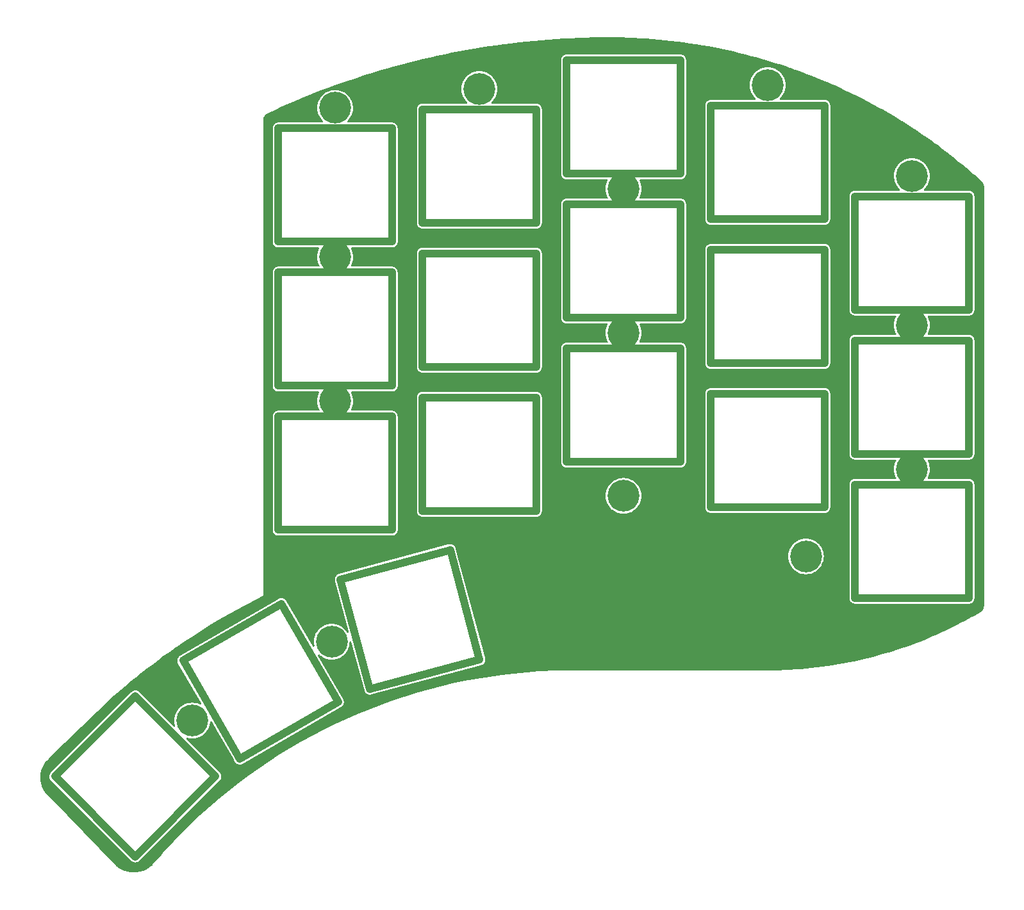
<source format=gbl>
%TF.GenerationSoftware,KiCad,Pcbnew,7.0.7-2.fc38*%
%TF.CreationDate,2023-10-04T19:56:35+05:30*%
%TF.ProjectId,top_plate_niz,746f705f-706c-4617-9465-5f6e697a2e6b,rev?*%
%TF.SameCoordinates,Original*%
%TF.FileFunction,Copper,L2,Bot*%
%TF.FilePolarity,Positive*%
%FSLAX46Y46*%
G04 Gerber Fmt 4.6, Leading zero omitted, Abs format (unit mm)*
G04 Created by KiCad (PCBNEW 7.0.7-2.fc38) date 2023-10-04 19:56:35*
%MOMM*%
%LPD*%
G01*
G04 APERTURE LIST*
%TA.AperFunction,EtchedComponent*%
%ADD10C,1.000000*%
%TD*%
%TA.AperFunction,ComponentPad*%
%ADD11C,4.200000*%
%TD*%
G04 APERTURE END LIST*
D10*
%TO.C,SW111*%
X133406339Y-100460495D02*
X148406339Y-100460495D01*
X148406339Y-100460495D02*
X148406339Y-85460495D01*
X148406339Y-85460495D02*
X133406339Y-85460495D01*
X133406339Y-85460495D02*
X133406339Y-100460495D01*
%TO.C,SW103*%
X95306345Y-44359995D02*
X110306345Y-44359995D01*
X110306345Y-44359995D02*
X110306345Y-29359995D01*
X110306345Y-29359995D02*
X95306345Y-29359995D01*
X95306345Y-29359995D02*
X95306345Y-44359995D01*
%TO.C,SW105*%
X57206339Y-53359993D02*
X72206339Y-53359993D01*
X72206339Y-53359993D02*
X72206339Y-38359993D01*
X72206339Y-38359993D02*
X57206339Y-38359993D01*
X57206339Y-38359993D02*
X57206339Y-53359993D01*
%TO.C,SW104*%
X76256340Y-50860003D02*
X91256340Y-50860003D01*
X91256340Y-50860003D02*
X91256340Y-35860003D01*
X91256340Y-35860003D02*
X76256340Y-35860003D01*
X76256340Y-35860003D02*
X76256340Y-50860003D01*
%TO.C,SW116*%
X48902979Y-124047384D02*
X38296377Y-134653986D01*
X38296377Y-134653986D02*
X27689775Y-124047384D01*
X27689775Y-124047384D02*
X38296377Y-113440782D01*
X38296377Y-113440782D02*
X48902979Y-124047384D01*
%TO.C,SW114*%
X76256343Y-88959993D02*
X91256343Y-88959993D01*
X91256343Y-88959993D02*
X91256343Y-73959993D01*
X91256343Y-73959993D02*
X76256343Y-73959993D01*
X76256343Y-73959993D02*
X76256343Y-88959993D01*
%TO.C,SW107*%
X114356339Y-69410496D02*
X129356339Y-69410496D01*
X129356339Y-69410496D02*
X129356339Y-54410496D01*
X129356339Y-54410496D02*
X114356339Y-54410496D01*
X114356339Y-54410496D02*
X114356339Y-69410496D01*
%TO.C,SW102*%
X114356343Y-50360499D02*
X129356343Y-50360499D01*
X129356343Y-50360499D02*
X129356343Y-35360499D01*
X129356343Y-35360499D02*
X114356343Y-35360499D01*
X114356343Y-35360499D02*
X114356343Y-50360499D01*
%TO.C,SW118*%
X83788884Y-108603996D02*
X69299996Y-112486282D01*
X69299996Y-112486282D02*
X65417710Y-97997394D01*
X65417710Y-97997394D02*
X79906598Y-94115108D01*
X79906598Y-94115108D02*
X83788884Y-108603996D01*
%TO.C,SW109*%
X76256338Y-69909992D02*
X91256338Y-69909992D01*
X91256338Y-69909992D02*
X91256338Y-54909992D01*
X91256338Y-54909992D02*
X76256338Y-54909992D01*
X76256338Y-54909992D02*
X76256338Y-69909992D01*
%TO.C,SW112*%
X114356338Y-88460495D02*
X129356338Y-88460495D01*
X129356338Y-88460495D02*
X129356338Y-73460495D01*
X129356338Y-73460495D02*
X114356338Y-73460495D01*
X114356338Y-73460495D02*
X114356338Y-88460495D01*
%TO.C,SW117*%
X65101568Y-114225575D02*
X52111187Y-121725575D01*
X52111187Y-121725575D02*
X44611186Y-108735193D01*
X44611186Y-108735193D02*
X57601567Y-101235193D01*
X57601567Y-101235193D02*
X65101568Y-114225575D01*
%TO.C,SW108*%
X95306341Y-63409999D02*
X110306341Y-63409999D01*
X110306341Y-63409999D02*
X110306341Y-48409999D01*
X110306341Y-48409999D02*
X95306341Y-48409999D01*
X95306341Y-48409999D02*
X95306341Y-63409999D01*
%TO.C,SW106*%
X133406336Y-81410494D02*
X148406336Y-81410494D01*
X148406336Y-81410494D02*
X148406336Y-66410494D01*
X148406336Y-66410494D02*
X133406336Y-66410494D01*
X133406336Y-66410494D02*
X133406336Y-81410494D01*
%TO.C,SW101*%
X133406348Y-62360496D02*
X148406348Y-62360496D01*
X148406348Y-62360496D02*
X148406348Y-47360496D01*
X148406348Y-47360496D02*
X133406348Y-47360496D01*
X133406348Y-47360496D02*
X133406348Y-62360496D01*
%TO.C,SW115*%
X57206339Y-91459995D02*
X72206339Y-91459995D01*
X72206339Y-91459995D02*
X72206339Y-76459995D01*
X72206339Y-76459995D02*
X57206339Y-76459995D01*
X57206339Y-76459995D02*
X57206339Y-91459995D01*
%TO.C,SW113*%
X95306340Y-82459989D02*
X110306340Y-82459989D01*
X110306340Y-82459989D02*
X110306340Y-67459989D01*
X110306340Y-67459989D02*
X95306340Y-67459989D01*
X95306340Y-67459989D02*
X95306340Y-82459989D01*
%TO.C,SW110*%
X57206340Y-72409997D02*
X72206340Y-72409997D01*
X72206340Y-72409997D02*
X72206340Y-57409997D01*
X72206340Y-57409997D02*
X57206340Y-57409997D01*
X57206340Y-57409997D02*
X57206340Y-72409997D01*
%TD*%
D11*
%TO.P,H103,*%
%TO.N,*%
X140906339Y-83435489D03*
%TD*%
%TO.P,H102,*%
%TO.N,*%
X140906350Y-64385490D03*
%TD*%
%TO.P,H18,*%
%TO.N,*%
X45829990Y-116671093D03*
%TD*%
%TO.P,H110,*%
%TO.N,*%
X64706339Y-35666056D03*
%TD*%
%TO.P,H108,*%
%TO.N,*%
X102806338Y-86959989D03*
%TD*%
%TO.P,H105,*%
%TO.N,*%
X126906338Y-94960499D03*
%TD*%
%TO.P,H112,*%
%TO.N,*%
X64706342Y-74434994D03*
%TD*%
%TO.P,H113,*%
%TO.N,*%
X64247990Y-106243093D03*
%TD*%
%TO.P,H104,*%
%TO.N,*%
X121856340Y-32666056D03*
%TD*%
%TO.P,H107,*%
%TO.N,*%
X102806347Y-65434996D03*
%TD*%
%TO.P,H101,*%
%TO.N,*%
X140906345Y-44666058D03*
%TD*%
%TO.P,H109,*%
%TO.N,*%
X83756337Y-33166058D03*
%TD*%
%TO.P,H111,*%
%TO.N,*%
X64706336Y-55384996D03*
%TD*%
%TO.P,H106,*%
%TO.N,*%
X102806346Y-46384994D03*
%TD*%
%TA.AperFunction,NonConductor*%
G36*
X102235705Y-26351014D02*
G01*
X102447710Y-26353453D01*
X103500515Y-26388696D01*
X104109971Y-26409737D01*
X105082138Y-26464014D01*
X105770457Y-26503646D01*
X106707588Y-26576968D01*
X107428450Y-26635140D01*
X108345094Y-26727474D01*
X109082895Y-26804132D01*
X109985818Y-26915482D01*
X110733135Y-27010552D01*
X111625495Y-27140869D01*
X112274104Y-27238594D01*
X112378201Y-27254278D01*
X113261751Y-27403509D01*
X114017307Y-27535189D01*
X114893238Y-27703312D01*
X115649562Y-27853131D01*
X116518397Y-28040079D01*
X117274199Y-28207951D01*
X118136183Y-28413646D01*
X118890252Y-28599434D01*
X119745772Y-28823871D01*
X120322715Y-28980181D01*
X120497006Y-29027401D01*
X121345943Y-29270476D01*
X121924089Y-29441482D01*
X122093626Y-29491628D01*
X122935782Y-29753224D01*
X123679236Y-29991855D01*
X124453289Y-30251368D01*
X124514723Y-30271965D01*
X125132664Y-30486111D01*
X125252926Y-30527787D01*
X125516154Y-30622621D01*
X126081650Y-30826353D01*
X126814070Y-31099201D01*
X127635771Y-31416119D01*
X128361721Y-31705744D01*
X128374070Y-31710826D01*
X129176271Y-32040964D01*
X129895130Y-32347112D01*
X130232694Y-32494923D01*
X130702309Y-32700556D01*
X131413421Y-33022926D01*
X132213137Y-33394577D01*
X132403305Y-33486117D01*
X132915794Y-33732811D01*
X133707992Y-34122687D01*
X134401448Y-34476368D01*
X134998045Y-34786700D01*
X135185964Y-34884450D01*
X135869530Y-35253142D01*
X136646443Y-35679553D01*
X137060185Y-35915157D01*
X137319278Y-36062696D01*
X138088549Y-36507526D01*
X138749686Y-36904421D01*
X139511590Y-37367973D01*
X139633004Y-37444714D01*
X140159902Y-37777747D01*
X140914826Y-38260450D01*
X141548710Y-38681819D01*
X141913014Y-38926375D01*
X142297501Y-39184481D01*
X142915208Y-39615909D01*
X143658921Y-40139599D01*
X143971060Y-40368469D01*
X144257259Y-40578320D01*
X144998417Y-41125344D01*
X145571758Y-41566369D01*
X146315258Y-42141177D01*
X146851973Y-42574042D01*
X147123855Y-42794100D01*
X147608810Y-43186617D01*
X148074907Y-43580563D01*
X148878345Y-44261073D01*
X149038155Y-44402574D01*
X149210579Y-44555351D01*
X150104428Y-45347352D01*
X150108907Y-45351739D01*
X150123183Y-45367197D01*
X150217467Y-45473607D01*
X150223948Y-45480921D01*
X150235043Y-45495442D01*
X150267762Y-45545394D01*
X150269805Y-45548736D01*
X150325964Y-45647339D01*
X150328897Y-45653172D01*
X150356845Y-45716758D01*
X150359159Y-45722863D01*
X150393824Y-45830900D01*
X150394905Y-45834665D01*
X150409588Y-45892573D01*
X150412782Y-45910552D01*
X150428351Y-46060775D01*
X150430224Y-46083416D01*
X150430439Y-46088613D01*
X150430440Y-60218140D01*
X150430442Y-60218150D01*
X150430442Y-65245959D01*
X150430440Y-81165957D01*
X150430440Y-81165958D01*
X150430439Y-86245958D01*
X150430439Y-86245959D01*
X150430446Y-101482975D01*
X150430220Y-101488306D01*
X150427965Y-101514873D01*
X150413208Y-101659522D01*
X150409809Y-101678421D01*
X150394281Y-101738184D01*
X150393397Y-101741263D01*
X150360586Y-101845460D01*
X150357921Y-101852448D01*
X150327915Y-101918973D01*
X150325515Y-101923743D01*
X150274700Y-102014913D01*
X150271905Y-102019463D01*
X150231108Y-102079970D01*
X150226568Y-102085910D01*
X150155210Y-102168615D01*
X150153056Y-102170987D01*
X150110387Y-102215634D01*
X150096100Y-102228466D01*
X149980847Y-102317086D01*
X149960227Y-102332391D01*
X149954098Y-102336410D01*
X149268665Y-102730877D01*
X148726727Y-103042308D01*
X148052550Y-103407762D01*
X147460928Y-103727002D01*
X146787441Y-104070182D01*
X146665705Y-104131726D01*
X146177729Y-104378423D01*
X145499803Y-104702385D01*
X144877989Y-104996135D01*
X144194259Y-105301730D01*
X143562612Y-105579713D01*
X142872714Y-105867212D01*
X142232448Y-106128779D01*
X141536459Y-106398222D01*
X140888465Y-106642936D01*
X140186382Y-106894370D01*
X139531609Y-107121828D01*
X138823703Y-107355181D01*
X138162717Y-107565162D01*
X137449312Y-107780344D01*
X136782811Y-107972611D01*
X136064273Y-108169521D01*
X135392740Y-108343928D01*
X134669412Y-108522473D01*
X133993663Y-108678810D01*
X133265766Y-108838930D01*
X132586438Y-108977067D01*
X131854265Y-109118678D01*
X131172135Y-109238482D01*
X130435938Y-109361509D01*
X129751804Y-109462886D01*
X129011699Y-109567263D01*
X128326604Y-109650125D01*
X127582591Y-109735789D01*
X126897876Y-109800079D01*
X126149532Y-109866978D01*
X125467787Y-109912635D01*
X124713514Y-109960737D01*
X124041722Y-109987706D01*
X123275468Y-110017001D01*
X122658564Y-110025253D01*
X121855241Y-110035487D01*
X95846698Y-110035149D01*
X95845999Y-110034943D01*
X95798295Y-110035133D01*
X94967189Y-110037793D01*
X94967190Y-110037794D01*
X94049329Y-110061632D01*
X94015857Y-110062130D01*
X94014159Y-110062545D01*
X93313809Y-110080735D01*
X93313810Y-110080735D01*
X92345606Y-110127952D01*
X92339831Y-110128173D01*
X92339556Y-110128247D01*
X91661837Y-110161299D01*
X90012125Y-110279442D01*
X88365529Y-110435105D01*
X86722903Y-110628206D01*
X85085098Y-110858646D01*
X83452962Y-111126304D01*
X81827342Y-111431043D01*
X80209078Y-111772704D01*
X78599011Y-112151110D01*
X76997974Y-112566066D01*
X75406797Y-113017356D01*
X73826304Y-113504747D01*
X72257314Y-114027985D01*
X70700640Y-114586800D01*
X69157089Y-115180903D01*
X67627460Y-115809985D01*
X66112546Y-116473720D01*
X64613133Y-117171765D01*
X63129996Y-117903758D01*
X61663905Y-118669319D01*
X60215618Y-119468052D01*
X58785887Y-120299543D01*
X57375453Y-121163362D01*
X55985045Y-122059060D01*
X54615385Y-122986173D01*
X53267183Y-123944222D01*
X51941136Y-124932709D01*
X50637932Y-125951123D01*
X49358246Y-126998936D01*
X48102741Y-128075605D01*
X46872068Y-129180572D01*
X45666864Y-130313264D01*
X44487753Y-131473095D01*
X43335349Y-132659464D01*
X42873800Y-133156780D01*
X42873612Y-133156891D01*
X42869647Y-133161254D01*
X42210246Y-133871755D01*
X41745296Y-134396186D01*
X41744157Y-134396899D01*
X41721793Y-134422696D01*
X41113028Y-135109342D01*
X40584623Y-135733400D01*
X40571760Y-135746518D01*
X40472413Y-135834052D01*
X40309114Y-135976912D01*
X40304398Y-135980656D01*
X40165350Y-136080593D01*
X40010368Y-136189507D01*
X40005670Y-136192507D01*
X39852592Y-136280989D01*
X39691443Y-136370370D01*
X39686861Y-136372673D01*
X39523592Y-136446568D01*
X39355694Y-136517600D01*
X39351318Y-136519263D01*
X39180266Y-136577076D01*
X39006630Y-136629662D01*
X39002537Y-136630753D01*
X38825803Y-136671546D01*
X38647915Y-136705372D01*
X38644172Y-136705968D01*
X38465176Y-136728960D01*
X38462294Y-136729263D01*
X38283309Y-136743927D01*
X38279971Y-136744111D01*
X38099482Y-136749288D01*
X38096137Y-136749295D01*
X37916618Y-136744911D01*
X37913723Y-136744774D01*
X37733675Y-136732074D01*
X37729904Y-136731694D01*
X37550398Y-136708120D01*
X37371598Y-136677519D01*
X37367449Y-136676664D01*
X37191103Y-136634117D01*
X37017018Y-136586201D01*
X37012553Y-136584792D01*
X36840869Y-136523500D01*
X36673609Y-136459072D01*
X36668902Y-136457035D01*
X36577926Y-136413193D01*
X36502891Y-136377032D01*
X36345004Y-136297472D01*
X36340142Y-136294746D01*
X36179185Y-136194899D01*
X36034623Y-136103083D01*
X36029701Y-136099616D01*
X35973417Y-136055808D01*
X35858856Y-135966640D01*
X35750471Y-135881661D01*
X35744009Y-135875831D01*
X29283123Y-129180572D01*
X26396238Y-126188962D01*
X26381288Y-126170176D01*
X26356017Y-126131330D01*
X26319329Y-126074932D01*
X26194453Y-125881288D01*
X26191321Y-125875855D01*
X26116320Y-125729382D01*
X26030288Y-125556302D01*
X26027964Y-125551037D01*
X25965766Y-125390550D01*
X25901930Y-125215577D01*
X25900346Y-125210597D01*
X25854221Y-125041457D01*
X25810879Y-124863078D01*
X25809934Y-124858428D01*
X25781257Y-124683763D01*
X25773282Y-124621250D01*
X25758170Y-124502807D01*
X25757779Y-124498610D01*
X25747241Y-124320893D01*
X25746879Y-124297384D01*
X25744433Y-124138915D01*
X25744486Y-124135248D01*
X25749358Y-124025292D01*
X26930460Y-124025292D01*
X26936071Y-124089446D01*
X26936284Y-124093102D01*
X26938159Y-124157481D01*
X26938159Y-124157485D01*
X26941046Y-124168258D01*
X26944858Y-124189875D01*
X26945831Y-124200992D01*
X26945831Y-124200994D01*
X26966091Y-124262137D01*
X26967142Y-124265647D01*
X26983808Y-124327845D01*
X26983809Y-124327849D01*
X26989105Y-124337671D01*
X26997800Y-124357827D01*
X27001309Y-124368416D01*
X27001310Y-124368419D01*
X27035115Y-124423226D01*
X27036947Y-124426399D01*
X27067516Y-124483090D01*
X27067518Y-124483093D01*
X27074933Y-124491426D01*
X27088044Y-124509037D01*
X27093905Y-124518538D01*
X27139460Y-124564093D01*
X27141955Y-124566738D01*
X27184772Y-124614851D01*
X27193911Y-124621250D01*
X27210733Y-124635366D01*
X37746063Y-135170696D01*
X37748557Y-135173340D01*
X37791374Y-135221453D01*
X37791375Y-135221454D01*
X37844127Y-135258390D01*
X37847059Y-135260573D01*
X37897584Y-135300524D01*
X37897585Y-135300525D01*
X37907699Y-135305241D01*
X37926723Y-135316224D01*
X37935854Y-135322618D01*
X37977373Y-135339112D01*
X37995688Y-135346389D01*
X37999052Y-135347840D01*
X38025025Y-135359951D01*
X38057437Y-135375065D01*
X38068364Y-135377321D01*
X38089397Y-135383617D01*
X38099769Y-135387738D01*
X38163510Y-135397074D01*
X38167100Y-135397708D01*
X38230170Y-135410731D01*
X38241322Y-135410406D01*
X38263242Y-135411684D01*
X38268004Y-135412381D01*
X38274283Y-135413301D01*
X38323216Y-135409019D01*
X38338456Y-135407687D01*
X38342115Y-135407474D01*
X38360255Y-135406945D01*
X38406473Y-135405601D01*
X38417243Y-135402714D01*
X38438870Y-135398901D01*
X38449989Y-135397929D01*
X38511169Y-135377655D01*
X38514644Y-135376616D01*
X38576839Y-135359951D01*
X38586652Y-135354658D01*
X38606821Y-135345959D01*
X38617413Y-135342450D01*
X38672251Y-135308624D01*
X38675382Y-135306815D01*
X38732086Y-135276243D01*
X38740417Y-135268828D01*
X38758030Y-135255715D01*
X38767531Y-135249856D01*
X38813095Y-135204290D01*
X38815721Y-135201813D01*
X38863844Y-135158989D01*
X38870243Y-135149848D01*
X38884357Y-135133028D01*
X49419705Y-124597680D01*
X49422313Y-124595219D01*
X49470446Y-124552387D01*
X49507391Y-124499621D01*
X49509570Y-124496696D01*
X49513742Y-124491420D01*
X49549518Y-124446176D01*
X49554236Y-124436055D01*
X49565221Y-124417033D01*
X49571607Y-124407912D01*
X49571611Y-124407907D01*
X49595394Y-124348039D01*
X49596808Y-124344758D01*
X49624058Y-124286324D01*
X49626315Y-124275389D01*
X49632615Y-124254352D01*
X49636729Y-124243998D01*
X49636729Y-124243996D01*
X49636731Y-124243992D01*
X49646065Y-124180259D01*
X49646699Y-124176667D01*
X49648436Y-124168258D01*
X49659724Y-124113591D01*
X49659399Y-124102442D01*
X49660676Y-124080510D01*
X49662293Y-124069477D01*
X49657461Y-124014247D01*
X49656680Y-124005312D01*
X49656467Y-124001653D01*
X49655208Y-123958409D01*
X49654594Y-123937288D01*
X49651708Y-123926520D01*
X49647894Y-123904889D01*
X49646922Y-123893772D01*
X49626654Y-123832609D01*
X49625612Y-123829125D01*
X49608945Y-123766926D01*
X49608944Y-123766922D01*
X49603649Y-123757103D01*
X49594951Y-123736936D01*
X49591443Y-123726348D01*
X49557625Y-123671521D01*
X49555797Y-123668355D01*
X49553395Y-123663901D01*
X49525236Y-123611675D01*
X49517817Y-123603338D01*
X49504703Y-123585721D01*
X49498851Y-123576233D01*
X49498847Y-123576228D01*
X49498846Y-123576227D01*
X49453290Y-123530671D01*
X49450792Y-123528023D01*
X49442270Y-123518447D01*
X49407982Y-123479917D01*
X49398842Y-123473517D01*
X49382018Y-123459399D01*
X45076942Y-119154323D01*
X45042916Y-119092011D01*
X45047981Y-119021196D01*
X45090528Y-118964360D01*
X45157048Y-118939549D01*
X45206539Y-118945915D01*
X45219293Y-118950245D01*
X45480954Y-119002293D01*
X45521996Y-119010457D01*
X45521998Y-119010457D01*
X45522007Y-119010459D01*
X45685824Y-119021196D01*
X45829987Y-119030645D01*
X45829990Y-119030645D01*
X45829993Y-119030645D01*
X45945483Y-119023075D01*
X46137973Y-119010459D01*
X46440687Y-118950245D01*
X46732951Y-118851035D01*
X46917494Y-118760028D01*
X47009763Y-118714527D01*
X47077421Y-118669319D01*
X47266394Y-118543051D01*
X47498445Y-118339548D01*
X47701948Y-118107497D01*
X47873422Y-117850869D01*
X47873422Y-117850868D01*
X47873424Y-117850866D01*
X47918925Y-117758597D01*
X48009932Y-117574054D01*
X48109142Y-117281790D01*
X48169356Y-116979076D01*
X48175855Y-116879909D01*
X48200269Y-116813244D01*
X48256850Y-116770360D01*
X48327635Y-116764873D01*
X48390148Y-116798527D01*
X48410704Y-116825151D01*
X49025643Y-117890257D01*
X51216092Y-121684227D01*
X51445875Y-122082222D01*
X51447615Y-122085448D01*
X51476519Y-122143001D01*
X51517922Y-122192343D01*
X51520193Y-122195215D01*
X51558648Y-122246869D01*
X51558649Y-122246870D01*
X51567192Y-122254038D01*
X51582723Y-122269569D01*
X51589893Y-122278114D01*
X51641564Y-122316581D01*
X51644403Y-122318826D01*
X51676772Y-122345987D01*
X51693757Y-122360240D01*
X51693760Y-122360242D01*
X51703730Y-122365249D01*
X51722423Y-122376779D01*
X51731369Y-122383439D01*
X51790518Y-122408952D01*
X51793816Y-122410491D01*
X51851376Y-122439399D01*
X51862230Y-122441971D01*
X51883079Y-122448879D01*
X51893321Y-122453298D01*
X51956769Y-122464485D01*
X51960315Y-122465218D01*
X52022999Y-122480075D01*
X52034150Y-122480074D01*
X52056031Y-122481988D01*
X52067018Y-122483926D01*
X52067019Y-122483925D01*
X52067020Y-122483926D01*
X52131316Y-122480181D01*
X52134981Y-122480074D01*
X52199370Y-122480074D01*
X52199376Y-122480074D01*
X52210236Y-122477499D01*
X52231957Y-122474318D01*
X52243096Y-122473670D01*
X52304841Y-122455184D01*
X52308314Y-122454253D01*
X52370998Y-122439398D01*
X52380961Y-122434393D01*
X52401371Y-122426285D01*
X52412064Y-122423085D01*
X52467888Y-122390853D01*
X52471054Y-122389147D01*
X52528614Y-122360241D01*
X52537158Y-122353070D01*
X52555139Y-122340479D01*
X65458267Y-114890855D01*
X65461432Y-114889149D01*
X65518995Y-114860241D01*
X65568340Y-114818834D01*
X65571167Y-114816598D01*
X65622862Y-114778114D01*
X65630035Y-114769564D01*
X65645566Y-114754034D01*
X65654107Y-114746868D01*
X65692561Y-114695213D01*
X65694830Y-114692345D01*
X65736235Y-114643002D01*
X65741240Y-114633033D01*
X65752775Y-114614333D01*
X65759432Y-114605393D01*
X65784946Y-114546243D01*
X65786470Y-114542973D01*
X65815393Y-114485386D01*
X65817967Y-114474521D01*
X65824876Y-114453674D01*
X65829291Y-114443441D01*
X65840478Y-114379996D01*
X65841214Y-114376436D01*
X65845323Y-114359099D01*
X65856068Y-114313763D01*
X65856067Y-114302610D01*
X65857983Y-114280721D01*
X65859919Y-114269745D01*
X65859919Y-114269742D01*
X65856174Y-114205445D01*
X65856067Y-114201780D01*
X65856067Y-114137387D01*
X65856067Y-114137386D01*
X65853493Y-114126528D01*
X65850311Y-114104800D01*
X65849663Y-114093666D01*
X65846919Y-114084503D01*
X65831192Y-114031967D01*
X65830243Y-114028426D01*
X65827614Y-114017337D01*
X65815392Y-113965764D01*
X65810384Y-113955793D01*
X65802277Y-113935384D01*
X65799078Y-113924698D01*
X65766871Y-113868914D01*
X65765138Y-113865698D01*
X65736233Y-113808145D01*
X65729064Y-113799602D01*
X65716467Y-113781612D01*
X62450357Y-108124544D01*
X62433620Y-108055552D01*
X62456840Y-107988460D01*
X62512648Y-107944573D01*
X62583323Y-107937824D01*
X62642554Y-107966815D01*
X62667236Y-107988460D01*
X62795023Y-108100526D01*
X62811584Y-108115049D01*
X62811590Y-108115054D01*
X63068216Y-108286527D01*
X63207828Y-108355375D01*
X63345029Y-108423035D01*
X63637293Y-108522245D01*
X63898954Y-108574293D01*
X63939996Y-108582457D01*
X63939998Y-108582457D01*
X63940007Y-108582459D01*
X64115997Y-108593993D01*
X64247987Y-108602645D01*
X64247990Y-108602645D01*
X64247993Y-108602645D01*
X64363483Y-108595075D01*
X64555973Y-108582459D01*
X64858687Y-108522245D01*
X65150951Y-108423035D01*
X65344178Y-108327746D01*
X65427763Y-108286527D01*
X65472510Y-108256628D01*
X65684394Y-108115051D01*
X65916445Y-107911548D01*
X66119948Y-107679497D01*
X66291422Y-107422869D01*
X66291422Y-107422868D01*
X66291424Y-107422866D01*
X66366970Y-107269673D01*
X66427932Y-107146054D01*
X66527142Y-106853790D01*
X66587356Y-106551076D01*
X66604498Y-106289531D01*
X66628912Y-106222866D01*
X66685494Y-106179981D01*
X66756278Y-106174495D01*
X66818792Y-106208149D01*
X66851935Y-106265162D01*
X68565047Y-112658584D01*
X68565892Y-112662150D01*
X68578915Y-112725219D01*
X68606134Y-112783590D01*
X68607585Y-112786954D01*
X68631363Y-112846806D01*
X68637762Y-112855945D01*
X68648742Y-112874963D01*
X68653456Y-112885071D01*
X68653457Y-112885073D01*
X68659698Y-112892966D01*
X68693394Y-112935582D01*
X68695583Y-112938522D01*
X68732529Y-112991286D01*
X68740863Y-112998703D01*
X68755934Y-113014677D01*
X68762852Y-113023426D01*
X68813380Y-113063377D01*
X68816173Y-113065721D01*
X68864283Y-113108538D01*
X68874107Y-113113835D01*
X68892457Y-113125904D01*
X68901205Y-113132821D01*
X68901206Y-113132822D01*
X68918639Y-113140951D01*
X68959597Y-113160050D01*
X68962839Y-113161679D01*
X69019526Y-113192244D01*
X69019530Y-113192246D01*
X69019534Y-113192248D01*
X69030312Y-113195135D01*
X69050948Y-113202647D01*
X69061056Y-113207361D01*
X69124145Y-113220386D01*
X69127670Y-113221222D01*
X69189901Y-113237898D01*
X69201060Y-113238222D01*
X69222865Y-113240771D01*
X69233789Y-113243027D01*
X69298175Y-113241153D01*
X69301817Y-113241153D01*
X69366203Y-113243027D01*
X69377119Y-113240772D01*
X69398931Y-113238222D01*
X69410092Y-113237898D01*
X69472333Y-113221219D01*
X69475844Y-113220387D01*
X69538936Y-113207361D01*
X69549045Y-113202646D01*
X69569671Y-113195138D01*
X83961200Y-109338939D01*
X83964724Y-109338103D01*
X84027824Y-109325075D01*
X84086225Y-109297840D01*
X84089528Y-109296416D01*
X84149408Y-109272629D01*
X84158545Y-109266230D01*
X84177571Y-109255246D01*
X84187675Y-109250535D01*
X84238194Y-109210589D01*
X84241122Y-109208409D01*
X84293887Y-109171464D01*
X84301302Y-109163131D01*
X84317273Y-109148061D01*
X84326028Y-109141140D01*
X84365995Y-109090590D01*
X84368301Y-109087842D01*
X84411142Y-109039705D01*
X84416436Y-109029885D01*
X84428504Y-109011536D01*
X84435423Y-109002787D01*
X84462646Y-108944405D01*
X84464273Y-108941164D01*
X84494850Y-108884458D01*
X84497737Y-108873681D01*
X84505250Y-108853040D01*
X84509963Y-108842936D01*
X84522992Y-108779828D01*
X84523818Y-108776344D01*
X84540500Y-108714091D01*
X84540824Y-108702930D01*
X84543375Y-108681119D01*
X84545628Y-108670207D01*
X84545629Y-108670203D01*
X84543755Y-108605815D01*
X84543755Y-108602162D01*
X84544018Y-108593123D01*
X84545629Y-108537789D01*
X84543373Y-108526865D01*
X84540824Y-108505060D01*
X84540500Y-108493900D01*
X84523824Y-108431666D01*
X84522984Y-108428119D01*
X84509963Y-108365058D01*
X84509963Y-108365056D01*
X84505248Y-108354944D01*
X84497741Y-108334322D01*
X80914236Y-94960502D01*
X124546786Y-94960502D01*
X124566971Y-95268477D01*
X124566973Y-95268492D01*
X124627186Y-95571194D01*
X124627188Y-95571204D01*
X124726393Y-95863452D01*
X124726399Y-95863466D01*
X124862903Y-96140272D01*
X125034376Y-96396898D01*
X125034381Y-96396904D01*
X125237882Y-96628954D01*
X125469932Y-96832455D01*
X125469938Y-96832460D01*
X125726564Y-97003933D01*
X125906241Y-97092539D01*
X126003377Y-97140441D01*
X126295641Y-97239651D01*
X126557302Y-97291699D01*
X126598344Y-97299863D01*
X126598346Y-97299863D01*
X126598355Y-97299865D01*
X126774345Y-97311399D01*
X126906335Y-97320051D01*
X126906338Y-97320051D01*
X126906341Y-97320051D01*
X127021831Y-97312481D01*
X127214321Y-97299865D01*
X127517035Y-97239651D01*
X127809299Y-97140441D01*
X127993842Y-97049434D01*
X128086111Y-97003933D01*
X128086114Y-97003931D01*
X128342742Y-96832457D01*
X128574793Y-96628954D01*
X128778296Y-96396903D01*
X128949770Y-96140275D01*
X128949770Y-96140274D01*
X128949772Y-96140272D01*
X128995273Y-96048003D01*
X129086280Y-95863460D01*
X129185490Y-95571196D01*
X129245704Y-95268482D01*
X129265890Y-94960499D01*
X129245704Y-94652516D01*
X129185490Y-94349802D01*
X129086280Y-94057538D01*
X129028825Y-93941031D01*
X128949772Y-93780725D01*
X128778299Y-93524099D01*
X128778294Y-93524093D01*
X128750897Y-93492853D01*
X128677484Y-93409141D01*
X128574793Y-93292043D01*
X128342743Y-93088542D01*
X128342737Y-93088537D01*
X128086111Y-92917064D01*
X127809305Y-92780560D01*
X127809299Y-92780557D01*
X127809294Y-92780555D01*
X127809291Y-92780554D01*
X127517043Y-92681349D01*
X127517037Y-92681347D01*
X127517035Y-92681347D01*
X127430208Y-92664075D01*
X127214331Y-92621134D01*
X127214316Y-92621132D01*
X126906341Y-92600947D01*
X126906335Y-92600947D01*
X126598359Y-92621132D01*
X126598344Y-92621134D01*
X126339054Y-92672711D01*
X126295641Y-92681347D01*
X126295639Y-92681347D01*
X126295632Y-92681349D01*
X126003384Y-92780554D01*
X126003370Y-92780560D01*
X125726564Y-92917064D01*
X125469938Y-93088537D01*
X125469932Y-93088542D01*
X125237882Y-93292043D01*
X125034381Y-93524093D01*
X125034376Y-93524099D01*
X124862903Y-93780725D01*
X124726399Y-94057531D01*
X124726393Y-94057545D01*
X124627188Y-94349793D01*
X124627186Y-94349803D01*
X124566973Y-94652505D01*
X124566971Y-94652520D01*
X124546786Y-94960495D01*
X124546786Y-94960502D01*
X80914236Y-94960502D01*
X80641541Y-93942790D01*
X80640698Y-93939229D01*
X80627677Y-93876169D01*
X80600458Y-93817796D01*
X80599006Y-93814430D01*
X80575231Y-93754585D01*
X80568831Y-93745446D01*
X80557847Y-93726419D01*
X80553137Y-93716317D01*
X80513190Y-93665796D01*
X80511028Y-93662893D01*
X80474066Y-93610105D01*
X80465727Y-93602684D01*
X80450661Y-93586714D01*
X80443743Y-93577965D01*
X80443742Y-93577964D01*
X80393212Y-93538011D01*
X80390421Y-93535668D01*
X80342311Y-93492853D01*
X80342301Y-93492846D01*
X80332481Y-93487551D01*
X80314137Y-93475486D01*
X80305389Y-93468569D01*
X80305387Y-93468568D01*
X80305388Y-93468568D01*
X80247020Y-93441350D01*
X80243746Y-93439706D01*
X80187062Y-93409143D01*
X80187057Y-93409141D01*
X80176287Y-93406255D01*
X80155648Y-93398743D01*
X80145539Y-93394029D01*
X80145541Y-93394029D01*
X80082465Y-93381005D01*
X80078899Y-93380160D01*
X80016690Y-93363492D01*
X80016690Y-93363491D01*
X80005528Y-93363166D01*
X79983740Y-93360620D01*
X79976656Y-93359158D01*
X79972805Y-93358363D01*
X79972804Y-93358363D01*
X79908422Y-93360235D01*
X79904759Y-93360235D01*
X79849558Y-93358629D01*
X79840391Y-93358363D01*
X79840390Y-93358363D01*
X79840387Y-93358363D01*
X79829462Y-93360618D01*
X79807670Y-93363165D01*
X79796506Y-93363490D01*
X79796501Y-93363491D01*
X79734286Y-93380161D01*
X79730722Y-93381006D01*
X79667660Y-93394028D01*
X79667653Y-93394030D01*
X79657543Y-93398744D01*
X79636914Y-93406252D01*
X65245406Y-97262445D01*
X65241841Y-97263290D01*
X65178779Y-97276312D01*
X65178770Y-97276315D01*
X65120394Y-97303534D01*
X65117031Y-97304985D01*
X65057187Y-97328760D01*
X65057186Y-97328761D01*
X65048045Y-97335162D01*
X65029032Y-97346139D01*
X65018920Y-97350854D01*
X65018912Y-97350859D01*
X64968399Y-97390799D01*
X64965460Y-97392987D01*
X64912707Y-97429925D01*
X64905286Y-97438264D01*
X64889318Y-97453329D01*
X64880568Y-97460247D01*
X64880565Y-97460251D01*
X64840621Y-97510768D01*
X64838266Y-97513575D01*
X64795449Y-97561687D01*
X64790154Y-97571509D01*
X64778093Y-97589848D01*
X64771168Y-97598606D01*
X64743951Y-97656970D01*
X64742308Y-97660243D01*
X64711745Y-97716927D01*
X64711741Y-97716938D01*
X64708853Y-97727715D01*
X64701348Y-97748335D01*
X64696631Y-97758451D01*
X64683606Y-97821531D01*
X64682761Y-97825096D01*
X64666094Y-97887301D01*
X64666093Y-97887303D01*
X64665768Y-97898462D01*
X64663221Y-97920252D01*
X64660965Y-97931182D01*
X64662837Y-97995568D01*
X64662837Y-97999231D01*
X64660965Y-98063600D01*
X64663221Y-98074531D01*
X64665767Y-98096320D01*
X64666092Y-98107485D01*
X64666093Y-98107487D01*
X64682764Y-98169708D01*
X64683609Y-98173273D01*
X64696631Y-98236336D01*
X64701345Y-98246446D01*
X64708854Y-98267077D01*
X66492037Y-104922007D01*
X66490347Y-104992983D01*
X66450553Y-105051779D01*
X66385289Y-105079727D01*
X66315275Y-105067954D01*
X66265565Y-105024620D01*
X66197001Y-104922007D01*
X66119948Y-104806689D01*
X66028476Y-104702385D01*
X65916445Y-104574637D01*
X65684395Y-104371136D01*
X65684389Y-104371131D01*
X65427763Y-104199658D01*
X65150957Y-104063154D01*
X65150951Y-104063151D01*
X65150946Y-104063149D01*
X65150943Y-104063148D01*
X64858695Y-103963943D01*
X64858689Y-103963941D01*
X64858687Y-103963941D01*
X64771860Y-103946669D01*
X64555983Y-103903728D01*
X64555968Y-103903726D01*
X64247993Y-103883541D01*
X64247987Y-103883541D01*
X63940011Y-103903726D01*
X63939996Y-103903728D01*
X63680706Y-103955305D01*
X63637293Y-103963941D01*
X63637291Y-103963941D01*
X63637284Y-103963943D01*
X63345036Y-104063148D01*
X63345022Y-104063154D01*
X63068216Y-104199658D01*
X62811590Y-104371131D01*
X62811584Y-104371136D01*
X62579534Y-104574637D01*
X62376033Y-104806687D01*
X62376028Y-104806693D01*
X62204555Y-105063319D01*
X62068051Y-105340125D01*
X62068045Y-105340139D01*
X61968840Y-105632387D01*
X61968838Y-105632397D01*
X61908625Y-105935099D01*
X61908623Y-105935114D01*
X61888438Y-106243089D01*
X61888438Y-106243096D01*
X61908623Y-106551071D01*
X61908626Y-106551089D01*
X61952484Y-106771578D01*
X61946156Y-106842292D01*
X61902601Y-106898359D01*
X61835649Y-106921978D01*
X61766555Y-106905651D01*
X61719787Y-106859160D01*
X58266859Y-100878512D01*
X58265145Y-100875334D01*
X58236234Y-100817766D01*
X58194833Y-100768426D01*
X58192564Y-100765557D01*
X58154106Y-100713899D01*
X58154105Y-100713898D01*
X58152293Y-100712378D01*
X58145561Y-100706729D01*
X58130030Y-100691198D01*
X58122862Y-100682655D01*
X58122860Y-100682653D01*
X58071202Y-100644195D01*
X58068326Y-100641921D01*
X58018994Y-100600526D01*
X58018992Y-100600525D01*
X58018990Y-100600523D01*
X58009017Y-100595514D01*
X57990327Y-100583986D01*
X57981385Y-100577328D01*
X57922257Y-100551823D01*
X57918937Y-100550275D01*
X57915767Y-100548683D01*
X57861378Y-100521368D01*
X57861374Y-100521367D01*
X57850514Y-100518793D01*
X57829668Y-100511885D01*
X57819433Y-100507470D01*
X57819431Y-100507469D01*
X57756024Y-100496288D01*
X57752447Y-100495550D01*
X57714035Y-100486447D01*
X57689756Y-100480693D01*
X57689755Y-100480693D01*
X57678601Y-100480693D01*
X57656723Y-100478779D01*
X57645739Y-100476842D01*
X57645730Y-100476841D01*
X57581438Y-100480586D01*
X57577775Y-100480693D01*
X57513381Y-100480693D01*
X57513374Y-100480694D01*
X57502518Y-100483267D01*
X57480806Y-100486447D01*
X57469669Y-100487096D01*
X57469660Y-100487097D01*
X57469658Y-100487098D01*
X57407948Y-100505571D01*
X57404423Y-100506516D01*
X57389550Y-100510041D01*
X57341753Y-100521369D01*
X57331779Y-100526378D01*
X57311384Y-100534480D01*
X57300696Y-100537680D01*
X57300690Y-100537683D01*
X57244910Y-100569885D01*
X57241686Y-100571624D01*
X57184139Y-100600526D01*
X57184137Y-100600527D01*
X57175589Y-100607700D01*
X57157604Y-100620292D01*
X44254530Y-108069885D01*
X44251304Y-108071625D01*
X44193760Y-108100524D01*
X44193755Y-108100528D01*
X44144420Y-108141924D01*
X44141547Y-108144196D01*
X44089895Y-108182650D01*
X44089891Y-108182654D01*
X44082717Y-108191204D01*
X44067197Y-108206724D01*
X44058647Y-108213898D01*
X44058643Y-108213902D01*
X44020190Y-108265553D01*
X44017918Y-108268427D01*
X43976523Y-108317758D01*
X43976519Y-108317764D01*
X43971506Y-108327746D01*
X43959985Y-108346422D01*
X43953324Y-108355370D01*
X43927812Y-108414509D01*
X43926264Y-108417829D01*
X43897363Y-108475376D01*
X43897359Y-108475386D01*
X43894785Y-108486247D01*
X43887882Y-108507080D01*
X43883464Y-108517322D01*
X43883462Y-108517331D01*
X43872280Y-108580739D01*
X43871540Y-108584325D01*
X43856686Y-108647001D01*
X43856686Y-108658159D01*
X43854772Y-108680036D01*
X43852835Y-108691019D01*
X43852835Y-108691024D01*
X43856579Y-108755321D01*
X43856686Y-108758984D01*
X43856686Y-108823379D01*
X43856687Y-108823382D01*
X43859259Y-108834234D01*
X43862442Y-108855961D01*
X43863091Y-108867102D01*
X43863091Y-108867103D01*
X43881559Y-108928792D01*
X43882507Y-108932330D01*
X43897361Y-108995000D01*
X43897365Y-108995011D01*
X43902370Y-109004978D01*
X43910473Y-109025375D01*
X43913674Y-109036066D01*
X43913675Y-109036068D01*
X43945874Y-109091840D01*
X43947613Y-109095065D01*
X43976519Y-109152620D01*
X43983689Y-109161165D01*
X43996287Y-109179157D01*
X46986928Y-114359099D01*
X47003666Y-114428094D01*
X46980446Y-114495186D01*
X46924638Y-114539073D01*
X46853963Y-114545822D01*
X46822081Y-114535105D01*
X46732957Y-114491154D01*
X46732951Y-114491151D01*
X46732946Y-114491149D01*
X46732943Y-114491148D01*
X46440695Y-114391943D01*
X46440689Y-114391941D01*
X46440687Y-114391941D01*
X46353860Y-114374669D01*
X46137983Y-114331728D01*
X46137968Y-114331726D01*
X45829993Y-114311541D01*
X45829987Y-114311541D01*
X45522011Y-114331726D01*
X45521996Y-114331728D01*
X45279193Y-114380026D01*
X45219293Y-114391941D01*
X45219291Y-114391941D01*
X45219284Y-114391943D01*
X44927036Y-114491148D01*
X44927022Y-114491154D01*
X44650216Y-114627658D01*
X44393590Y-114799131D01*
X44393584Y-114799136D01*
X44161534Y-115002637D01*
X43958033Y-115234687D01*
X43958028Y-115234693D01*
X43786555Y-115491319D01*
X43650051Y-115768125D01*
X43650045Y-115768139D01*
X43550840Y-116060387D01*
X43550838Y-116060397D01*
X43490625Y-116363099D01*
X43490623Y-116363114D01*
X43470438Y-116671089D01*
X43470438Y-116671096D01*
X43490623Y-116979071D01*
X43490625Y-116979086D01*
X43550838Y-117281788D01*
X43550839Y-117281794D01*
X43555168Y-117294546D01*
X43558123Y-117365481D01*
X43522258Y-117426753D01*
X43458961Y-117458908D01*
X43388327Y-117451738D01*
X43346759Y-117424140D01*
X41103522Y-115180903D01*
X38846688Y-112924069D01*
X38844190Y-112921421D01*
X38816630Y-112890452D01*
X38801380Y-112873315D01*
X38748634Y-112836382D01*
X38745693Y-112834193D01*
X38695168Y-112794243D01*
X38695161Y-112794239D01*
X38685054Y-112789526D01*
X38666033Y-112778545D01*
X38656900Y-112772150D01*
X38656895Y-112772147D01*
X38597069Y-112748380D01*
X38593705Y-112746929D01*
X38559429Y-112730946D01*
X38535317Y-112719703D01*
X38535314Y-112719702D01*
X38535311Y-112719701D01*
X38524381Y-112717444D01*
X38503353Y-112711148D01*
X38492986Y-112707030D01*
X38492982Y-112707029D01*
X38429267Y-112697696D01*
X38425668Y-112697061D01*
X38406147Y-112693031D01*
X38362586Y-112684036D01*
X38362577Y-112684035D01*
X38351417Y-112684360D01*
X38329507Y-112683084D01*
X38318470Y-112681468D01*
X38254324Y-112687078D01*
X38250668Y-112687291D01*
X38186280Y-112689166D01*
X38186279Y-112689166D01*
X38175497Y-112692055D01*
X38153877Y-112695866D01*
X38142772Y-112696837D01*
X38142761Y-112696840D01*
X38081626Y-112717097D01*
X38078116Y-112718148D01*
X38015917Y-112734814D01*
X38015909Y-112734818D01*
X38006084Y-112740115D01*
X37985935Y-112748806D01*
X37975345Y-112752315D01*
X37975344Y-112752316D01*
X37920522Y-112786129D01*
X37917351Y-112787959D01*
X37860668Y-112818524D01*
X37860667Y-112818525D01*
X37852330Y-112825944D01*
X37834728Y-112839047D01*
X37825227Y-112844908D01*
X37825225Y-112844909D01*
X37779681Y-112890452D01*
X37777016Y-112892966D01*
X37728912Y-112935775D01*
X37728909Y-112935779D01*
X37722509Y-112944919D01*
X37708395Y-112961738D01*
X27173089Y-123497045D01*
X27170424Y-123499559D01*
X27122314Y-123542374D01*
X27122304Y-123542385D01*
X27085371Y-123595131D01*
X27083183Y-123598070D01*
X27043235Y-123648594D01*
X27043232Y-123648599D01*
X27038516Y-123658712D01*
X27027541Y-123677721D01*
X27021147Y-123686852D01*
X27021140Y-123686866D01*
X26997371Y-123746697D01*
X26995920Y-123750061D01*
X26968696Y-123808442D01*
X26968695Y-123808446D01*
X26966438Y-123819375D01*
X26960144Y-123840398D01*
X26956026Y-123850764D01*
X26956021Y-123850781D01*
X26946688Y-123914499D01*
X26946052Y-123918107D01*
X26933029Y-123981174D01*
X26933029Y-123981181D01*
X26933353Y-123992334D01*
X26932077Y-124014247D01*
X26930460Y-124025286D01*
X26930460Y-124025292D01*
X25749358Y-124025292D01*
X25752323Y-123958369D01*
X25752544Y-123955222D01*
X25769849Y-123775581D01*
X25770232Y-123772444D01*
X25796307Y-123597299D01*
X25796954Y-123593693D01*
X25834448Y-123415598D01*
X25878719Y-123243145D01*
X25879901Y-123239116D01*
X25937097Y-123065917D01*
X25998610Y-122899878D01*
X26000406Y-122895542D01*
X26076993Y-122728735D01*
X26154583Y-122571457D01*
X26157063Y-122566918D01*
X26253130Y-122407340D01*
X26344843Y-122261638D01*
X26348104Y-122256949D01*
X26465530Y-122103555D01*
X26567191Y-121973992D01*
X26571302Y-121969257D01*
X26730434Y-121803437D01*
X26817162Y-121713784D01*
X26819479Y-121711511D01*
X26848763Y-121684227D01*
X26854151Y-121678021D01*
X35488458Y-113348451D01*
X35491152Y-113346001D01*
X35917041Y-112980982D01*
X36895982Y-112143459D01*
X37539317Y-111613434D01*
X38345476Y-110952849D01*
X39036919Y-110405427D01*
X39819081Y-109791789D01*
X40536471Y-109246196D01*
X41316542Y-108660519D01*
X42051718Y-108123655D01*
X42837426Y-107559424D01*
X43585979Y-107034818D01*
X44019801Y-106737036D01*
X44381588Y-106488697D01*
X45140178Y-105978778D01*
X45310346Y-105867212D01*
X45949218Y-105448350D01*
X46714438Y-104955318D01*
X47541306Y-104437962D01*
X48308440Y-103964565D01*
X49162161Y-103455302D01*
X49921570Y-103006840D01*
X50827953Y-102491930D01*
X51553609Y-102082234D01*
X52691304Y-101467491D01*
X53182111Y-101202848D01*
X53182306Y-101202748D01*
X53182310Y-101202748D01*
X55179844Y-100171839D01*
X55182306Y-100170707D01*
X55182644Y-100170370D01*
X55182684Y-100170245D01*
X55182686Y-100170243D01*
X55182685Y-100170240D01*
X55182778Y-100169954D01*
X55182670Y-100167389D01*
X55182670Y-99267332D01*
X55182668Y-99267196D01*
X55182531Y-76504159D01*
X56447987Y-76504159D01*
X56447988Y-76504164D01*
X56449925Y-76515149D01*
X56451839Y-76537028D01*
X56451839Y-91436210D01*
X56451732Y-91439874D01*
X56447988Y-91504158D01*
X56447988Y-91504164D01*
X56459170Y-91567585D01*
X56459701Y-91571210D01*
X56467178Y-91635179D01*
X56467179Y-91635181D01*
X56470994Y-91645662D01*
X56476678Y-91666871D01*
X56478616Y-91677862D01*
X56504122Y-91736993D01*
X56505474Y-91740397D01*
X56527501Y-91800914D01*
X56527507Y-91800926D01*
X56533634Y-91810242D01*
X56544053Y-91829564D01*
X56548474Y-91839812D01*
X56586925Y-91891461D01*
X56589027Y-91894463D01*
X56624424Y-91948280D01*
X56624426Y-91948283D01*
X56632537Y-91955935D01*
X56647137Y-91972340D01*
X56653799Y-91981288D01*
X56653799Y-91981289D01*
X56680835Y-92003974D01*
X56703141Y-92022692D01*
X56705866Y-92025117D01*
X56752712Y-92069314D01*
X56752714Y-92069315D01*
X56752716Y-92069317D01*
X56762375Y-92074894D01*
X56780360Y-92087486D01*
X56788912Y-92094662D01*
X56846483Y-92123574D01*
X56849675Y-92125295D01*
X56905463Y-92157505D01*
X56916149Y-92160704D01*
X56936553Y-92168809D01*
X56946528Y-92173819D01*
X56989568Y-92184019D01*
X57009201Y-92188673D01*
X57012741Y-92189622D01*
X57043237Y-92198751D01*
X57074427Y-92208089D01*
X57074426Y-92208089D01*
X57074430Y-92208090D01*
X57085564Y-92208738D01*
X57107284Y-92211919D01*
X57118151Y-92214495D01*
X57182556Y-92214495D01*
X57186220Y-92214602D01*
X57216594Y-92216370D01*
X57250508Y-92218346D01*
X57259568Y-92216748D01*
X57261494Y-92216409D01*
X57283372Y-92214495D01*
X72182556Y-92214495D01*
X72186220Y-92214602D01*
X72215225Y-92216290D01*
X72250508Y-92218346D01*
X72309301Y-92207978D01*
X72313938Y-92207161D01*
X72317566Y-92206630D01*
X72381523Y-92199155D01*
X72391999Y-92195341D01*
X72413224Y-92189654D01*
X72415625Y-92189230D01*
X72424205Y-92187718D01*
X72483353Y-92162203D01*
X72486721Y-92160865D01*
X72547263Y-92138831D01*
X72556584Y-92132700D01*
X72575914Y-92122276D01*
X72586157Y-92117859D01*
X72637836Y-92079384D01*
X72640801Y-92077310D01*
X72694619Y-92041913D01*
X72694624Y-92041910D01*
X72702277Y-92033796D01*
X72718689Y-92019191D01*
X72727633Y-92012534D01*
X72769049Y-91963175D01*
X72771451Y-91960476D01*
X72815661Y-91913618D01*
X72821237Y-91903958D01*
X72833833Y-91885969D01*
X72841006Y-91877422D01*
X72869929Y-91819827D01*
X72871619Y-91816692D01*
X72903849Y-91760871D01*
X72907048Y-91750182D01*
X72915157Y-91729772D01*
X72920163Y-91719806D01*
X72935018Y-91657124D01*
X72935958Y-91653615D01*
X72954434Y-91591904D01*
X72955082Y-91580770D01*
X72958265Y-91559039D01*
X72960839Y-91548183D01*
X72960839Y-91483778D01*
X72960946Y-91480114D01*
X72964690Y-91415826D01*
X72964689Y-91415821D01*
X72962753Y-91404838D01*
X72960839Y-91382961D01*
X72960839Y-76483778D01*
X72960946Y-76480114D01*
X72964690Y-76415826D01*
X72953505Y-76352394D01*
X72952974Y-76348766D01*
X72945499Y-76284813D01*
X72945499Y-76284811D01*
X72941682Y-76274326D01*
X72935998Y-76253116D01*
X72934062Y-76242129D01*
X72908560Y-76183009D01*
X72907208Y-76179607D01*
X72885174Y-76119069D01*
X72879044Y-76109749D01*
X72868621Y-76090418D01*
X72864205Y-76080181D01*
X72864204Y-76080179D01*
X72864203Y-76080177D01*
X72841576Y-76049784D01*
X72825745Y-76028518D01*
X72823644Y-76025517D01*
X72811052Y-76006372D01*
X72788254Y-75971710D01*
X72780138Y-75964053D01*
X72765534Y-75947642D01*
X72758879Y-75938702D01*
X72758878Y-75938701D01*
X72709539Y-75897300D01*
X72706810Y-75894871D01*
X72659959Y-75850670D01*
X72650296Y-75845091D01*
X72632313Y-75832499D01*
X72623769Y-75825330D01*
X72623761Y-75825325D01*
X72568773Y-75797710D01*
X72566197Y-75796416D01*
X72562982Y-75794682D01*
X72507215Y-75762485D01*
X72507214Y-75762484D01*
X72496530Y-75759286D01*
X72476120Y-75751178D01*
X72466151Y-75746171D01*
X72466146Y-75746170D01*
X72453802Y-75743244D01*
X72403476Y-75731316D01*
X72399950Y-75730371D01*
X72389016Y-75727098D01*
X72338251Y-75711900D01*
X72338237Y-75711898D01*
X72327102Y-75711249D01*
X72305390Y-75708069D01*
X72294527Y-75705495D01*
X72230122Y-75705495D01*
X72226458Y-75705388D01*
X72162175Y-75701644D01*
X72162167Y-75701644D01*
X72151184Y-75703581D01*
X72129306Y-75705495D01*
X66907658Y-75705495D01*
X66839537Y-75685493D01*
X66793044Y-75631837D01*
X66782940Y-75561563D01*
X66794652Y-75523767D01*
X66815338Y-75481817D01*
X66886284Y-75337955D01*
X66985494Y-75045691D01*
X67045708Y-74742977D01*
X67065894Y-74434994D01*
X67045708Y-74127011D01*
X67021271Y-74004157D01*
X75497991Y-74004157D01*
X75497992Y-74004162D01*
X75499929Y-74015147D01*
X75501843Y-74037026D01*
X75501843Y-88936208D01*
X75501736Y-88939872D01*
X75497992Y-89004156D01*
X75497992Y-89004162D01*
X75509174Y-89067583D01*
X75509705Y-89071208D01*
X75517182Y-89135177D01*
X75517183Y-89135179D01*
X75520998Y-89145660D01*
X75526682Y-89166869D01*
X75528620Y-89177860D01*
X75554126Y-89236991D01*
X75555478Y-89240395D01*
X75577505Y-89300912D01*
X75577511Y-89300924D01*
X75583638Y-89310240D01*
X75594057Y-89329562D01*
X75598478Y-89339810D01*
X75636929Y-89391459D01*
X75639031Y-89394461D01*
X75674428Y-89448278D01*
X75674430Y-89448281D01*
X75682541Y-89455933D01*
X75697141Y-89472338D01*
X75703803Y-89481286D01*
X75703803Y-89481287D01*
X75730839Y-89503972D01*
X75753145Y-89522690D01*
X75755870Y-89525115D01*
X75802716Y-89569312D01*
X75802718Y-89569313D01*
X75802720Y-89569315D01*
X75812379Y-89574892D01*
X75830364Y-89587484D01*
X75838916Y-89594660D01*
X75896487Y-89623572D01*
X75899679Y-89625293D01*
X75955467Y-89657503D01*
X75966153Y-89660702D01*
X75986557Y-89668807D01*
X75996532Y-89673817D01*
X76039572Y-89684017D01*
X76059205Y-89688671D01*
X76062745Y-89689620D01*
X76093241Y-89698749D01*
X76124431Y-89708087D01*
X76124430Y-89708087D01*
X76124434Y-89708088D01*
X76135568Y-89708736D01*
X76157288Y-89711917D01*
X76168155Y-89714493D01*
X76232560Y-89714493D01*
X76236224Y-89714600D01*
X76266598Y-89716368D01*
X76300512Y-89718344D01*
X76309572Y-89716746D01*
X76311498Y-89716407D01*
X76333376Y-89714493D01*
X91232560Y-89714493D01*
X91236224Y-89714600D01*
X91265229Y-89716288D01*
X91300512Y-89718344D01*
X91359305Y-89707976D01*
X91363942Y-89707159D01*
X91367570Y-89706628D01*
X91431527Y-89699153D01*
X91442003Y-89695339D01*
X91463228Y-89689652D01*
X91465629Y-89689228D01*
X91474209Y-89687716D01*
X91533357Y-89662201D01*
X91536725Y-89660863D01*
X91597267Y-89638829D01*
X91606588Y-89632698D01*
X91625918Y-89622274D01*
X91636161Y-89617857D01*
X91687840Y-89579382D01*
X91690805Y-89577308D01*
X91744623Y-89541911D01*
X91744628Y-89541908D01*
X91752281Y-89533794D01*
X91768693Y-89519189D01*
X91777637Y-89512532D01*
X91819053Y-89463173D01*
X91821455Y-89460474D01*
X91865665Y-89413616D01*
X91871241Y-89403956D01*
X91883837Y-89385967D01*
X91891010Y-89377420D01*
X91919933Y-89319825D01*
X91921623Y-89316690D01*
X91953853Y-89260869D01*
X91957052Y-89250180D01*
X91965161Y-89229770D01*
X91970167Y-89219804D01*
X91985022Y-89157122D01*
X91985962Y-89153613D01*
X91999354Y-89108882D01*
X92004437Y-89091906D01*
X92004437Y-89091905D01*
X92004438Y-89091902D01*
X92005086Y-89080768D01*
X92008269Y-89059037D01*
X92010843Y-89048181D01*
X92010843Y-88983776D01*
X92010950Y-88980112D01*
X92014694Y-88915824D01*
X92014693Y-88915819D01*
X92012757Y-88904836D01*
X92010843Y-88882959D01*
X92010843Y-86959992D01*
X100446786Y-86959992D01*
X100466971Y-87267967D01*
X100466973Y-87267982D01*
X100527186Y-87570684D01*
X100527188Y-87570694D01*
X100626393Y-87862942D01*
X100626399Y-87862956D01*
X100762903Y-88139762D01*
X100934376Y-88396388D01*
X100934381Y-88396394D01*
X101137882Y-88628444D01*
X101289456Y-88761370D01*
X101353030Y-88817123D01*
X101369932Y-88831945D01*
X101369938Y-88831950D01*
X101626564Y-89003423D01*
X101783684Y-89080905D01*
X101903377Y-89139931D01*
X102135851Y-89218845D01*
X102194247Y-89238668D01*
X102195641Y-89239141D01*
X102457302Y-89291189D01*
X102498344Y-89299353D01*
X102498346Y-89299353D01*
X102498355Y-89299355D01*
X102664430Y-89310240D01*
X102806335Y-89319541D01*
X102806338Y-89319541D01*
X102806341Y-89319541D01*
X102921831Y-89311971D01*
X103114321Y-89299355D01*
X103417035Y-89239141D01*
X103709299Y-89139931D01*
X103946047Y-89023180D01*
X103986111Y-89003423D01*
X104020998Y-88980112D01*
X104242742Y-88831947D01*
X104474793Y-88628444D01*
X104678296Y-88396393D01*
X104849770Y-88139765D01*
X104849770Y-88139764D01*
X104849772Y-88139762D01*
X104895273Y-88047493D01*
X104986280Y-87862950D01*
X105085490Y-87570686D01*
X105145704Y-87267972D01*
X105165890Y-86959989D01*
X105145704Y-86652006D01*
X105085490Y-86349292D01*
X104986280Y-86057028D01*
X104938378Y-85959892D01*
X104849772Y-85780215D01*
X104678299Y-85523589D01*
X104678294Y-85523583D01*
X104474793Y-85291533D01*
X104242743Y-85088032D01*
X104242737Y-85088027D01*
X103986111Y-84916554D01*
X103709305Y-84780050D01*
X103709299Y-84780047D01*
X103709294Y-84780045D01*
X103709291Y-84780044D01*
X103417043Y-84680839D01*
X103417037Y-84680837D01*
X103417035Y-84680837D01*
X103330208Y-84663565D01*
X103114331Y-84620624D01*
X103114316Y-84620622D01*
X102806341Y-84600437D01*
X102806335Y-84600437D01*
X102498359Y-84620622D01*
X102498344Y-84620624D01*
X102239054Y-84672201D01*
X102195641Y-84680837D01*
X102195639Y-84680837D01*
X102195632Y-84680839D01*
X101903384Y-84780044D01*
X101903370Y-84780050D01*
X101626564Y-84916554D01*
X101369938Y-85088027D01*
X101369932Y-85088032D01*
X101137882Y-85291533D01*
X100934381Y-85523583D01*
X100934376Y-85523589D01*
X100762903Y-85780215D01*
X100626399Y-86057021D01*
X100626393Y-86057035D01*
X100527188Y-86349283D01*
X100527186Y-86349293D01*
X100466973Y-86651995D01*
X100466971Y-86652010D01*
X100446786Y-86959985D01*
X100446786Y-86959992D01*
X92010843Y-86959992D01*
X92010843Y-73983776D01*
X92010950Y-73980112D01*
X92014694Y-73915824D01*
X92003509Y-73852392D01*
X92002978Y-73848764D01*
X91995503Y-73784811D01*
X91995503Y-73784809D01*
X91991686Y-73774324D01*
X91986002Y-73753114D01*
X91984066Y-73742127D01*
X91958564Y-73683007D01*
X91957212Y-73679605D01*
X91935178Y-73619067D01*
X91929048Y-73609747D01*
X91918625Y-73590416D01*
X91914209Y-73580179D01*
X91914208Y-73580177D01*
X91914207Y-73580175D01*
X91891580Y-73549782D01*
X91875749Y-73528516D01*
X91873648Y-73525515D01*
X91861056Y-73506370D01*
X91838258Y-73471708D01*
X91830142Y-73464051D01*
X91815538Y-73447640D01*
X91808883Y-73438700D01*
X91808702Y-73438548D01*
X91759543Y-73397298D01*
X91756814Y-73394869D01*
X91709963Y-73350668D01*
X91700300Y-73345089D01*
X91682317Y-73332497D01*
X91673773Y-73325328D01*
X91673765Y-73325323D01*
X91618777Y-73297708D01*
X91616201Y-73296414D01*
X91612986Y-73294680D01*
X91557219Y-73262483D01*
X91557218Y-73262482D01*
X91546534Y-73259284D01*
X91526124Y-73251176D01*
X91516155Y-73246169D01*
X91516150Y-73246168D01*
X91482342Y-73238155D01*
X91453480Y-73231314D01*
X91449954Y-73230369D01*
X91439020Y-73227096D01*
X91388255Y-73211898D01*
X91388241Y-73211896D01*
X91377106Y-73211247D01*
X91355394Y-73208067D01*
X91344531Y-73205493D01*
X91280126Y-73205493D01*
X91276462Y-73205386D01*
X91212179Y-73201642D01*
X91212171Y-73201642D01*
X91201188Y-73203579D01*
X91179310Y-73205493D01*
X76280126Y-73205493D01*
X76276462Y-73205386D01*
X76212179Y-73201642D01*
X76212171Y-73201642D01*
X76148751Y-73212824D01*
X76145126Y-73213355D01*
X76081159Y-73220833D01*
X76070671Y-73224650D01*
X76049466Y-73230332D01*
X76038477Y-73232270D01*
X76038475Y-73232270D01*
X76038473Y-73232271D01*
X75979348Y-73257774D01*
X75975944Y-73259126D01*
X75915418Y-73281156D01*
X75906087Y-73287293D01*
X75886770Y-73297708D01*
X75876531Y-73302124D01*
X75876525Y-73302128D01*
X75824868Y-73340585D01*
X75821867Y-73342686D01*
X75768056Y-73378078D01*
X75768055Y-73378079D01*
X75760400Y-73386194D01*
X75744000Y-73400788D01*
X75735058Y-73407445D01*
X75735047Y-73407455D01*
X75693657Y-73456781D01*
X75691222Y-73459517D01*
X75647020Y-73506370D01*
X75647019Y-73506371D01*
X75641437Y-73516039D01*
X75628852Y-73534012D01*
X75621675Y-73542566D01*
X75592768Y-73600124D01*
X75591029Y-73603348D01*
X75558833Y-73659116D01*
X75558832Y-73659119D01*
X75555631Y-73669810D01*
X75547527Y-73690209D01*
X75542520Y-73700179D01*
X75542518Y-73700184D01*
X75527663Y-73762858D01*
X75526715Y-73766394D01*
X75508246Y-73828089D01*
X75507598Y-73839220D01*
X75504417Y-73860938D01*
X75501843Y-73871797D01*
X75501842Y-73871805D01*
X75501843Y-73936208D01*
X75501736Y-73939872D01*
X75497991Y-74004157D01*
X67021271Y-74004157D01*
X66985494Y-73824297D01*
X66886284Y-73532033D01*
X66824849Y-73407455D01*
X66794654Y-73346225D01*
X66782464Y-73276283D01*
X66810023Y-73210853D01*
X66868582Y-73170710D01*
X66907660Y-73164497D01*
X72182557Y-73164497D01*
X72186221Y-73164604D01*
X72215226Y-73166292D01*
X72250509Y-73168348D01*
X72309302Y-73157980D01*
X72313939Y-73157163D01*
X72317567Y-73156632D01*
X72381524Y-73149157D01*
X72392000Y-73145343D01*
X72413225Y-73139656D01*
X72415626Y-73139232D01*
X72424206Y-73137720D01*
X72483354Y-73112205D01*
X72486722Y-73110867D01*
X72547264Y-73088833D01*
X72556585Y-73082702D01*
X72575915Y-73072278D01*
X72586158Y-73067861D01*
X72637837Y-73029386D01*
X72640802Y-73027312D01*
X72694620Y-72991915D01*
X72694625Y-72991912D01*
X72702278Y-72983798D01*
X72718690Y-72969193D01*
X72727634Y-72962536D01*
X72769050Y-72913177D01*
X72771452Y-72910478D01*
X72815662Y-72863620D01*
X72821238Y-72853960D01*
X72833834Y-72835971D01*
X72841007Y-72827424D01*
X72869930Y-72769829D01*
X72871620Y-72766694D01*
X72903850Y-72710873D01*
X72907049Y-72700184D01*
X72915158Y-72679774D01*
X72920164Y-72669808D01*
X72935019Y-72607126D01*
X72935959Y-72603617D01*
X72954435Y-72541906D01*
X72955083Y-72530772D01*
X72958266Y-72509041D01*
X72960840Y-72498185D01*
X72960840Y-72433780D01*
X72960947Y-72430116D01*
X72964691Y-72365828D01*
X72964690Y-72365823D01*
X72962754Y-72354840D01*
X72960840Y-72332963D01*
X72960840Y-57433780D01*
X72960947Y-57430116D01*
X72964691Y-57365828D01*
X72953506Y-57302396D01*
X72952975Y-57298768D01*
X72945500Y-57234815D01*
X72945500Y-57234813D01*
X72941683Y-57224328D01*
X72935999Y-57203118D01*
X72934063Y-57192131D01*
X72908561Y-57133011D01*
X72907209Y-57129609D01*
X72885175Y-57069071D01*
X72879045Y-57059751D01*
X72868622Y-57040420D01*
X72864206Y-57030183D01*
X72864205Y-57030181D01*
X72864204Y-57030179D01*
X72841577Y-56999786D01*
X72825746Y-56978520D01*
X72823645Y-56975519D01*
X72811053Y-56956374D01*
X72788255Y-56921712D01*
X72780139Y-56914055D01*
X72765535Y-56897644D01*
X72758880Y-56888704D01*
X72758879Y-56888703D01*
X72709540Y-56847302D01*
X72706811Y-56844873D01*
X72659960Y-56800672D01*
X72650297Y-56795093D01*
X72632314Y-56782501D01*
X72623770Y-56775332D01*
X72623762Y-56775327D01*
X72568774Y-56747712D01*
X72566198Y-56746418D01*
X72562983Y-56744684D01*
X72507216Y-56712487D01*
X72507215Y-56712486D01*
X72496531Y-56709288D01*
X72476121Y-56701180D01*
X72466152Y-56696173D01*
X72466147Y-56696172D01*
X72453803Y-56693246D01*
X72403477Y-56681318D01*
X72399951Y-56680373D01*
X72389017Y-56677100D01*
X72338252Y-56661902D01*
X72338238Y-56661900D01*
X72327103Y-56661251D01*
X72305391Y-56658071D01*
X72294528Y-56655497D01*
X72230123Y-56655497D01*
X72226459Y-56655390D01*
X72162176Y-56651646D01*
X72162168Y-56651646D01*
X72151185Y-56653583D01*
X72129307Y-56655497D01*
X66907652Y-56655497D01*
X66839531Y-56635495D01*
X66793038Y-56581839D01*
X66782934Y-56511565D01*
X66794646Y-56473769D01*
X66815332Y-56431819D01*
X66886278Y-56287957D01*
X66985488Y-55995693D01*
X67045702Y-55692979D01*
X67065888Y-55384996D01*
X67045702Y-55077013D01*
X67021264Y-54954156D01*
X75497986Y-54954156D01*
X75497987Y-54954161D01*
X75499924Y-54965146D01*
X75501838Y-54987025D01*
X75501838Y-69886207D01*
X75501731Y-69889871D01*
X75497987Y-69954155D01*
X75497987Y-69954161D01*
X75509169Y-70017582D01*
X75509700Y-70021207D01*
X75517177Y-70085176D01*
X75517178Y-70085178D01*
X75520993Y-70095659D01*
X75526677Y-70116868D01*
X75528615Y-70127859D01*
X75554121Y-70186990D01*
X75555473Y-70190394D01*
X75577500Y-70250911D01*
X75577506Y-70250923D01*
X75583633Y-70260239D01*
X75594052Y-70279561D01*
X75598473Y-70289809D01*
X75636924Y-70341458D01*
X75639026Y-70344460D01*
X75674423Y-70398277D01*
X75674425Y-70398280D01*
X75682536Y-70405932D01*
X75697136Y-70422337D01*
X75703798Y-70431285D01*
X75703798Y-70431286D01*
X75730834Y-70453971D01*
X75753140Y-70472689D01*
X75755865Y-70475114D01*
X75802711Y-70519311D01*
X75802713Y-70519312D01*
X75802715Y-70519314D01*
X75812374Y-70524891D01*
X75830359Y-70537483D01*
X75838911Y-70544659D01*
X75896482Y-70573571D01*
X75899674Y-70575292D01*
X75955462Y-70607502D01*
X75966148Y-70610701D01*
X75986552Y-70618806D01*
X75996527Y-70623816D01*
X76039567Y-70634016D01*
X76059200Y-70638670D01*
X76062740Y-70639619D01*
X76093236Y-70648748D01*
X76124426Y-70658086D01*
X76124425Y-70658086D01*
X76124429Y-70658087D01*
X76135563Y-70658735D01*
X76157283Y-70661916D01*
X76168150Y-70664492D01*
X76232555Y-70664492D01*
X76236219Y-70664599D01*
X76266593Y-70666367D01*
X76300507Y-70668343D01*
X76309567Y-70666745D01*
X76311493Y-70666406D01*
X76333371Y-70664492D01*
X91232555Y-70664492D01*
X91236219Y-70664599D01*
X91265224Y-70666287D01*
X91300507Y-70668343D01*
X91359300Y-70657975D01*
X91363937Y-70657158D01*
X91367565Y-70656627D01*
X91431522Y-70649152D01*
X91441998Y-70645338D01*
X91463223Y-70639651D01*
X91465624Y-70639227D01*
X91474204Y-70637715D01*
X91533352Y-70612200D01*
X91536720Y-70610862D01*
X91597262Y-70588828D01*
X91606583Y-70582697D01*
X91625913Y-70572273D01*
X91636156Y-70567856D01*
X91687835Y-70529381D01*
X91690800Y-70527307D01*
X91744618Y-70491910D01*
X91744623Y-70491907D01*
X91752276Y-70483793D01*
X91768688Y-70469188D01*
X91777632Y-70462531D01*
X91819048Y-70413172D01*
X91821450Y-70410473D01*
X91865660Y-70363615D01*
X91871236Y-70353955D01*
X91883832Y-70335966D01*
X91891005Y-70327419D01*
X91919928Y-70269824D01*
X91921618Y-70266689D01*
X91953848Y-70210868D01*
X91957047Y-70200179D01*
X91965156Y-70179769D01*
X91970162Y-70169803D01*
X91985017Y-70107121D01*
X91985957Y-70103612D01*
X92003456Y-70045165D01*
X92004432Y-70041905D01*
X92004432Y-70041904D01*
X92004433Y-70041901D01*
X92005081Y-70030767D01*
X92008264Y-70009036D01*
X92010838Y-69998180D01*
X92010838Y-69933774D01*
X92010945Y-69930111D01*
X92014689Y-69865823D01*
X92014688Y-69865818D01*
X92012752Y-69854835D01*
X92010838Y-69832958D01*
X92010838Y-67504153D01*
X94547988Y-67504153D01*
X94547989Y-67504158D01*
X94549926Y-67515143D01*
X94551840Y-67537022D01*
X94551840Y-82436204D01*
X94551733Y-82439868D01*
X94547989Y-82504152D01*
X94547989Y-82504158D01*
X94559171Y-82567579D01*
X94559702Y-82571204D01*
X94567179Y-82635173D01*
X94567180Y-82635175D01*
X94570995Y-82645656D01*
X94576679Y-82666865D01*
X94578617Y-82677856D01*
X94604123Y-82736987D01*
X94605475Y-82740391D01*
X94627502Y-82800908D01*
X94627508Y-82800920D01*
X94633635Y-82810236D01*
X94644054Y-82829558D01*
X94648475Y-82839806D01*
X94686926Y-82891455D01*
X94689028Y-82894457D01*
X94724425Y-82948274D01*
X94724427Y-82948277D01*
X94732538Y-82955929D01*
X94747138Y-82972334D01*
X94753800Y-82981282D01*
X94753800Y-82981283D01*
X94780836Y-83003968D01*
X94803142Y-83022686D01*
X94805867Y-83025111D01*
X94852713Y-83069308D01*
X94852715Y-83069309D01*
X94852717Y-83069311D01*
X94862376Y-83074888D01*
X94880361Y-83087480D01*
X94888913Y-83094656D01*
X94946484Y-83123568D01*
X94949676Y-83125289D01*
X95005464Y-83157499D01*
X95016150Y-83160698D01*
X95036554Y-83168803D01*
X95046529Y-83173813D01*
X95089569Y-83184013D01*
X95109202Y-83188667D01*
X95112742Y-83189616D01*
X95143238Y-83198745D01*
X95174428Y-83208083D01*
X95174427Y-83208083D01*
X95174431Y-83208084D01*
X95185565Y-83208732D01*
X95207285Y-83211913D01*
X95218152Y-83214489D01*
X95282557Y-83214489D01*
X95286221Y-83214596D01*
X95316595Y-83216364D01*
X95350509Y-83218340D01*
X95359569Y-83216742D01*
X95361495Y-83216403D01*
X95383373Y-83214489D01*
X110282557Y-83214489D01*
X110286221Y-83214596D01*
X110315226Y-83216284D01*
X110350509Y-83218340D01*
X110409302Y-83207972D01*
X110413939Y-83207155D01*
X110417567Y-83206624D01*
X110481524Y-83199149D01*
X110492000Y-83195335D01*
X110513225Y-83189648D01*
X110515626Y-83189224D01*
X110524206Y-83187712D01*
X110583354Y-83162197D01*
X110586722Y-83160859D01*
X110647264Y-83138825D01*
X110656585Y-83132694D01*
X110675915Y-83122270D01*
X110686158Y-83117853D01*
X110737837Y-83079378D01*
X110740802Y-83077304D01*
X110794620Y-83041907D01*
X110794625Y-83041904D01*
X110802278Y-83033790D01*
X110818690Y-83019185D01*
X110827634Y-83012528D01*
X110869050Y-82963169D01*
X110871452Y-82960470D01*
X110915662Y-82913612D01*
X110921238Y-82903952D01*
X110933834Y-82885963D01*
X110941007Y-82877416D01*
X110969930Y-82819821D01*
X110971620Y-82816686D01*
X111003850Y-82760865D01*
X111007049Y-82750176D01*
X111015158Y-82729766D01*
X111020164Y-82719800D01*
X111035019Y-82657118D01*
X111035959Y-82653609D01*
X111054435Y-82591898D01*
X111055083Y-82580764D01*
X111058266Y-82559033D01*
X111060840Y-82548177D01*
X111060840Y-82483772D01*
X111060947Y-82480108D01*
X111064691Y-82415820D01*
X111064690Y-82415815D01*
X111062754Y-82404832D01*
X111060840Y-82382955D01*
X111060840Y-73504659D01*
X113597986Y-73504659D01*
X113597987Y-73504664D01*
X113599924Y-73515649D01*
X113601838Y-73537528D01*
X113601838Y-88436710D01*
X113601731Y-88440374D01*
X113597987Y-88504658D01*
X113597987Y-88504664D01*
X113609169Y-88568085D01*
X113609700Y-88571710D01*
X113617177Y-88635679D01*
X113617178Y-88635681D01*
X113620993Y-88646162D01*
X113626677Y-88667371D01*
X113628615Y-88678362D01*
X113654121Y-88737493D01*
X113655473Y-88740897D01*
X113677500Y-88801414D01*
X113677506Y-88801426D01*
X113683633Y-88810742D01*
X113694052Y-88830064D01*
X113698473Y-88840312D01*
X113736924Y-88891961D01*
X113739026Y-88894963D01*
X113774423Y-88948780D01*
X113774425Y-88948783D01*
X113782536Y-88956435D01*
X113797136Y-88972840D01*
X113803798Y-88981788D01*
X113803798Y-88981789D01*
X113829579Y-89003421D01*
X113853140Y-89023192D01*
X113855865Y-89025617D01*
X113902711Y-89069814D01*
X113902713Y-89069815D01*
X113902715Y-89069817D01*
X113912374Y-89075394D01*
X113930359Y-89087986D01*
X113938911Y-89095162D01*
X113996482Y-89124074D01*
X113999674Y-89125795D01*
X114055462Y-89158005D01*
X114066148Y-89161204D01*
X114086552Y-89169309D01*
X114096527Y-89174319D01*
X114111468Y-89177860D01*
X114159200Y-89189173D01*
X114162740Y-89190122D01*
X114193236Y-89199251D01*
X114224426Y-89208589D01*
X114224425Y-89208589D01*
X114224429Y-89208590D01*
X114235563Y-89209238D01*
X114257283Y-89212419D01*
X114268150Y-89214995D01*
X114332555Y-89214995D01*
X114336219Y-89215102D01*
X114366593Y-89216870D01*
X114400507Y-89218846D01*
X114409567Y-89217248D01*
X114411493Y-89216909D01*
X114433371Y-89214995D01*
X129332555Y-89214995D01*
X129336219Y-89215102D01*
X129365224Y-89216790D01*
X129400507Y-89218846D01*
X129459300Y-89208478D01*
X129463937Y-89207661D01*
X129467565Y-89207130D01*
X129531522Y-89199655D01*
X129541998Y-89195841D01*
X129563223Y-89190154D01*
X129565624Y-89189730D01*
X129574204Y-89188218D01*
X129633352Y-89162703D01*
X129636720Y-89161365D01*
X129697262Y-89139331D01*
X129706583Y-89133200D01*
X129725913Y-89122776D01*
X129736156Y-89118359D01*
X129787835Y-89079884D01*
X129790800Y-89077810D01*
X129820988Y-89057954D01*
X129844623Y-89042410D01*
X129852276Y-89034296D01*
X129868688Y-89019691D01*
X129877632Y-89013034D01*
X129919048Y-88963675D01*
X129921450Y-88960976D01*
X129965660Y-88914118D01*
X129971236Y-88904458D01*
X129983832Y-88886469D01*
X129991005Y-88877922D01*
X130019928Y-88820327D01*
X130021618Y-88817192D01*
X130053848Y-88761371D01*
X130057047Y-88750682D01*
X130065156Y-88730272D01*
X130070162Y-88720306D01*
X130085017Y-88657624D01*
X130085957Y-88654115D01*
X130104433Y-88592404D01*
X130105081Y-88581270D01*
X130108264Y-88559539D01*
X130110838Y-88548683D01*
X130110838Y-88484244D01*
X130110944Y-88480613D01*
X130113395Y-88438548D01*
X130114689Y-88416326D01*
X130112752Y-88405338D01*
X130110838Y-88383461D01*
X130110838Y-81454655D01*
X132647984Y-81454655D01*
X132647985Y-81454663D01*
X132659167Y-81518084D01*
X132659698Y-81521709D01*
X132667175Y-81585678D01*
X132667176Y-81585680D01*
X132670991Y-81596161D01*
X132676675Y-81617370D01*
X132678613Y-81628361D01*
X132704119Y-81687492D01*
X132705471Y-81690896D01*
X132727498Y-81751413D01*
X132727504Y-81751425D01*
X132733631Y-81760741D01*
X132744050Y-81780063D01*
X132748471Y-81790311D01*
X132786922Y-81841960D01*
X132789024Y-81844962D01*
X132824421Y-81898779D01*
X132824423Y-81898782D01*
X132832534Y-81906434D01*
X132847134Y-81922839D01*
X132853796Y-81931787D01*
X132853796Y-81931788D01*
X132880832Y-81954473D01*
X132903138Y-81973191D01*
X132905863Y-81975616D01*
X132952709Y-82019813D01*
X132952711Y-82019814D01*
X132952713Y-82019816D01*
X132962372Y-82025393D01*
X132980357Y-82037985D01*
X132988909Y-82045161D01*
X133046480Y-82074073D01*
X133049672Y-82075794D01*
X133105460Y-82108004D01*
X133116146Y-82111203D01*
X133136550Y-82119308D01*
X133146525Y-82124318D01*
X133189565Y-82134518D01*
X133209198Y-82139172D01*
X133212738Y-82140121D01*
X133243234Y-82149250D01*
X133274424Y-82158588D01*
X133274423Y-82158588D01*
X133274427Y-82158589D01*
X133285561Y-82159237D01*
X133307281Y-82162418D01*
X133318148Y-82164994D01*
X133382553Y-82164994D01*
X133386217Y-82165101D01*
X133416591Y-82166869D01*
X133450505Y-82168845D01*
X133459565Y-82167247D01*
X133461491Y-82166908D01*
X133483369Y-82164994D01*
X138705020Y-82164994D01*
X138773141Y-82184996D01*
X138819634Y-82238652D01*
X138829738Y-82308926D01*
X138818026Y-82346722D01*
X138726400Y-82532521D01*
X138726394Y-82532535D01*
X138627189Y-82824783D01*
X138627187Y-82824793D01*
X138566974Y-83127495D01*
X138566972Y-83127510D01*
X138546787Y-83435485D01*
X138546787Y-83435492D01*
X138566972Y-83743467D01*
X138566974Y-83743482D01*
X138627187Y-84046184D01*
X138627189Y-84046194D01*
X138726394Y-84338442D01*
X138726400Y-84338456D01*
X138818031Y-84524267D01*
X138830221Y-84594209D01*
X138802661Y-84659639D01*
X138744103Y-84699782D01*
X138705025Y-84705995D01*
X133430122Y-84705995D01*
X133426458Y-84705888D01*
X133362175Y-84702144D01*
X133362167Y-84702144D01*
X133298747Y-84713326D01*
X133295122Y-84713857D01*
X133231155Y-84721335D01*
X133220667Y-84725152D01*
X133199462Y-84730834D01*
X133188473Y-84732772D01*
X133188471Y-84732772D01*
X133188469Y-84732773D01*
X133129344Y-84758276D01*
X133125940Y-84759628D01*
X133065414Y-84781658D01*
X133056083Y-84787795D01*
X133036766Y-84798210D01*
X133026527Y-84802626D01*
X133026521Y-84802630D01*
X132974864Y-84841087D01*
X132971863Y-84843188D01*
X132918052Y-84878580D01*
X132918051Y-84878581D01*
X132910396Y-84886696D01*
X132893996Y-84901290D01*
X132885054Y-84907947D01*
X132885043Y-84907957D01*
X132843653Y-84957283D01*
X132841218Y-84960019D01*
X132797016Y-85006872D01*
X132797015Y-85006873D01*
X132791433Y-85016541D01*
X132778848Y-85034514D01*
X132771671Y-85043068D01*
X132742764Y-85100626D01*
X132741025Y-85103850D01*
X132708829Y-85159618D01*
X132708828Y-85159621D01*
X132705627Y-85170312D01*
X132697523Y-85190711D01*
X132692516Y-85200681D01*
X132692514Y-85200686D01*
X132677659Y-85263360D01*
X132676711Y-85266896D01*
X132658242Y-85328591D01*
X132657594Y-85339722D01*
X132654413Y-85361440D01*
X132651839Y-85372299D01*
X132651838Y-85372307D01*
X132651839Y-85436710D01*
X132651732Y-85440374D01*
X132647987Y-85504659D01*
X132647988Y-85504664D01*
X132649925Y-85515649D01*
X132651839Y-85537528D01*
X132651838Y-100436709D01*
X132651731Y-100440373D01*
X132647987Y-100504656D01*
X132647988Y-100504664D01*
X132659170Y-100568085D01*
X132659701Y-100571710D01*
X132667178Y-100635679D01*
X132667179Y-100635681D01*
X132670994Y-100646162D01*
X132676678Y-100667371D01*
X132678616Y-100678362D01*
X132704122Y-100737493D01*
X132705474Y-100740897D01*
X132727501Y-100801414D01*
X132727507Y-100801426D01*
X132733634Y-100810742D01*
X132744053Y-100830064D01*
X132748474Y-100840312D01*
X132786925Y-100891961D01*
X132789027Y-100894963D01*
X132824424Y-100948780D01*
X132824426Y-100948783D01*
X132832537Y-100956435D01*
X132847137Y-100972840D01*
X132853799Y-100981788D01*
X132853799Y-100981789D01*
X132880835Y-101004474D01*
X132903141Y-101023192D01*
X132905866Y-101025617D01*
X132952712Y-101069814D01*
X132952714Y-101069815D01*
X132952716Y-101069817D01*
X132962375Y-101075394D01*
X132980360Y-101087986D01*
X132988912Y-101095162D01*
X133046483Y-101124074D01*
X133049675Y-101125795D01*
X133105463Y-101158005D01*
X133116149Y-101161204D01*
X133136553Y-101169309D01*
X133146528Y-101174319D01*
X133189568Y-101184519D01*
X133209201Y-101189173D01*
X133212741Y-101190122D01*
X133243237Y-101199251D01*
X133274427Y-101208589D01*
X133274426Y-101208589D01*
X133274430Y-101208590D01*
X133285564Y-101209238D01*
X133307284Y-101212419D01*
X133318151Y-101214995D01*
X133382556Y-101214995D01*
X133386220Y-101215102D01*
X133416594Y-101216870D01*
X133450508Y-101218846D01*
X133459568Y-101217248D01*
X133461494Y-101216909D01*
X133483372Y-101214995D01*
X148382556Y-101214995D01*
X148386220Y-101215102D01*
X148415225Y-101216790D01*
X148450508Y-101218846D01*
X148509301Y-101208478D01*
X148513938Y-101207661D01*
X148517566Y-101207130D01*
X148581523Y-101199655D01*
X148591999Y-101195841D01*
X148613224Y-101190154D01*
X148615625Y-101189730D01*
X148624205Y-101188218D01*
X148683353Y-101162703D01*
X148686721Y-101161365D01*
X148747263Y-101139331D01*
X148756584Y-101133200D01*
X148775914Y-101122776D01*
X148786157Y-101118359D01*
X148837836Y-101079884D01*
X148840801Y-101077810D01*
X148894619Y-101042413D01*
X148894624Y-101042410D01*
X148902277Y-101034296D01*
X148918689Y-101019691D01*
X148927633Y-101013034D01*
X148969049Y-100963675D01*
X148971451Y-100960976D01*
X149015661Y-100914118D01*
X149021237Y-100904458D01*
X149033833Y-100886469D01*
X149041006Y-100877922D01*
X149069929Y-100820327D01*
X149071619Y-100817192D01*
X149103849Y-100761371D01*
X149107048Y-100750682D01*
X149115157Y-100730272D01*
X149120163Y-100720306D01*
X149135018Y-100657624D01*
X149135958Y-100654115D01*
X149152002Y-100600527D01*
X149154433Y-100592408D01*
X149154433Y-100592407D01*
X149154434Y-100592404D01*
X149155082Y-100581270D01*
X149158265Y-100559539D01*
X149160839Y-100548683D01*
X149160839Y-100484277D01*
X149160946Y-100480614D01*
X149164690Y-100416326D01*
X149164689Y-100416321D01*
X149162753Y-100405338D01*
X149160839Y-100383461D01*
X149160839Y-85484278D01*
X149160946Y-85480614D01*
X149164690Y-85416326D01*
X149153505Y-85352894D01*
X149152974Y-85349266D01*
X149145499Y-85285313D01*
X149145499Y-85285311D01*
X149141682Y-85274826D01*
X149135998Y-85253616D01*
X149134062Y-85242629D01*
X149108560Y-85183509D01*
X149107208Y-85180107D01*
X149085174Y-85119569D01*
X149079044Y-85110249D01*
X149068621Y-85090918D01*
X149064205Y-85080681D01*
X149064204Y-85080679D01*
X149064203Y-85080677D01*
X149041576Y-85050284D01*
X149025745Y-85029018D01*
X149023644Y-85026017D01*
X149011052Y-85006872D01*
X148988254Y-84972210D01*
X148980138Y-84964553D01*
X148965534Y-84948142D01*
X148958879Y-84939202D01*
X148931889Y-84916554D01*
X148909539Y-84897800D01*
X148906810Y-84895371D01*
X148859959Y-84851170D01*
X148850296Y-84845591D01*
X148832313Y-84832999D01*
X148823769Y-84825830D01*
X148823761Y-84825825D01*
X148768773Y-84798210D01*
X148766197Y-84796916D01*
X148762982Y-84795182D01*
X148707215Y-84762985D01*
X148707214Y-84762984D01*
X148696530Y-84759786D01*
X148676120Y-84751678D01*
X148666151Y-84746671D01*
X148666146Y-84746670D01*
X148653802Y-84743744D01*
X148603476Y-84731816D01*
X148599950Y-84730871D01*
X148589016Y-84727598D01*
X148538251Y-84712400D01*
X148538237Y-84712398D01*
X148527102Y-84711749D01*
X148505390Y-84708569D01*
X148494527Y-84705995D01*
X148430122Y-84705995D01*
X148426458Y-84705888D01*
X148362175Y-84702144D01*
X148362167Y-84702144D01*
X148351184Y-84704081D01*
X148329306Y-84705995D01*
X143107653Y-84705995D01*
X143039532Y-84685993D01*
X142993039Y-84632337D01*
X142982935Y-84562063D01*
X142994647Y-84524267D01*
X143033583Y-84445309D01*
X143086281Y-84338450D01*
X143185491Y-84046186D01*
X143245705Y-83743472D01*
X143265891Y-83435489D01*
X143245705Y-83127506D01*
X143243784Y-83117851D01*
X143228678Y-83041907D01*
X143185491Y-82824792D01*
X143177383Y-82800908D01*
X143156579Y-82739619D01*
X143086281Y-82532528D01*
X142994652Y-82346722D01*
X142982462Y-82276780D01*
X143010021Y-82211350D01*
X143068580Y-82171207D01*
X143107658Y-82164994D01*
X148382553Y-82164994D01*
X148386217Y-82165101D01*
X148415222Y-82166789D01*
X148450505Y-82168845D01*
X148509298Y-82158477D01*
X148513935Y-82157660D01*
X148517563Y-82157129D01*
X148581520Y-82149654D01*
X148591996Y-82145840D01*
X148613221Y-82140153D01*
X148615622Y-82139729D01*
X148624202Y-82138217D01*
X148683350Y-82112702D01*
X148686718Y-82111364D01*
X148747260Y-82089330D01*
X148756581Y-82083199D01*
X148775911Y-82072775D01*
X148786154Y-82068358D01*
X148837833Y-82029883D01*
X148840798Y-82027809D01*
X148894616Y-81992412D01*
X148894621Y-81992409D01*
X148902274Y-81984295D01*
X148918686Y-81969690D01*
X148927630Y-81963033D01*
X148969046Y-81913674D01*
X148971448Y-81910975D01*
X149015658Y-81864117D01*
X149021234Y-81854457D01*
X149033830Y-81836468D01*
X149041003Y-81827921D01*
X149069926Y-81770326D01*
X149071616Y-81767191D01*
X149103846Y-81711370D01*
X149107045Y-81700681D01*
X149115154Y-81680271D01*
X149120160Y-81670305D01*
X149135015Y-81607623D01*
X149135955Y-81604114D01*
X149154431Y-81542403D01*
X149155079Y-81531269D01*
X149158262Y-81509538D01*
X149160836Y-81498682D01*
X149160836Y-81434277D01*
X149160943Y-81430613D01*
X149164687Y-81366325D01*
X149164686Y-81366320D01*
X149162750Y-81355337D01*
X149160836Y-81333460D01*
X149160836Y-66434277D01*
X149160943Y-66430613D01*
X149164687Y-66366325D01*
X149153502Y-66302893D01*
X149152971Y-66299265D01*
X149145496Y-66235312D01*
X149145496Y-66235310D01*
X149141679Y-66224825D01*
X149135995Y-66203615D01*
X149134059Y-66192628D01*
X149108557Y-66133508D01*
X149107205Y-66130106D01*
X149085171Y-66069568D01*
X149079041Y-66060248D01*
X149068618Y-66040917D01*
X149064202Y-66030680D01*
X149064201Y-66030678D01*
X149064200Y-66030676D01*
X149041573Y-66000283D01*
X149025742Y-65979017D01*
X149023641Y-65976016D01*
X149011049Y-65956871D01*
X148988251Y-65922209D01*
X148980135Y-65914552D01*
X148965531Y-65898141D01*
X148958876Y-65889201D01*
X148958875Y-65889200D01*
X148909536Y-65847799D01*
X148906807Y-65845370D01*
X148859956Y-65801169D01*
X148850293Y-65795590D01*
X148832310Y-65782998D01*
X148823766Y-65775829D01*
X148823758Y-65775824D01*
X148768770Y-65748209D01*
X148766194Y-65746915D01*
X148762979Y-65745181D01*
X148707212Y-65712984D01*
X148707211Y-65712983D01*
X148696527Y-65709785D01*
X148676117Y-65701677D01*
X148666148Y-65696670D01*
X148666143Y-65696669D01*
X148653799Y-65693743D01*
X148603473Y-65681815D01*
X148599947Y-65680870D01*
X148589013Y-65677597D01*
X148538248Y-65662399D01*
X148538234Y-65662397D01*
X148527099Y-65661748D01*
X148505387Y-65658568D01*
X148494524Y-65655994D01*
X148430119Y-65655994D01*
X148426455Y-65655887D01*
X148362172Y-65652143D01*
X148362164Y-65652143D01*
X148351181Y-65654080D01*
X148329303Y-65655994D01*
X143107665Y-65655994D01*
X143039544Y-65635992D01*
X142993051Y-65582336D01*
X142982947Y-65512062D01*
X142994659Y-65474266D01*
X143033991Y-65394506D01*
X143086292Y-65288451D01*
X143185502Y-64996187D01*
X143245716Y-64693473D01*
X143265902Y-64385490D01*
X143245716Y-64077507D01*
X143245278Y-64075307D01*
X143235732Y-64027314D01*
X143185502Y-63774793D01*
X143183826Y-63769857D01*
X143131896Y-63616875D01*
X143086292Y-63482529D01*
X143038795Y-63386214D01*
X142994664Y-63296724D01*
X142982474Y-63226782D01*
X143010034Y-63161352D01*
X143068592Y-63121209D01*
X143107670Y-63114996D01*
X148382565Y-63114996D01*
X148386229Y-63115103D01*
X148415234Y-63116791D01*
X148450517Y-63118847D01*
X148509310Y-63108479D01*
X148513947Y-63107662D01*
X148517575Y-63107131D01*
X148581532Y-63099656D01*
X148592008Y-63095842D01*
X148613233Y-63090155D01*
X148615634Y-63089731D01*
X148624214Y-63088219D01*
X148683362Y-63062704D01*
X148686730Y-63061366D01*
X148747272Y-63039332D01*
X148756593Y-63033201D01*
X148775923Y-63022777D01*
X148786166Y-63018360D01*
X148837845Y-62979885D01*
X148840810Y-62977811D01*
X148894628Y-62942414D01*
X148894633Y-62942411D01*
X148902286Y-62934297D01*
X148918698Y-62919692D01*
X148927642Y-62913035D01*
X148969058Y-62863676D01*
X148971460Y-62860977D01*
X149015670Y-62814119D01*
X149021246Y-62804459D01*
X149033842Y-62786470D01*
X149041015Y-62777923D01*
X149069938Y-62720328D01*
X149071628Y-62717193D01*
X149103858Y-62661372D01*
X149107057Y-62650683D01*
X149115166Y-62630273D01*
X149120172Y-62620307D01*
X149135027Y-62557625D01*
X149135967Y-62554116D01*
X149154443Y-62492405D01*
X149155091Y-62481271D01*
X149158274Y-62459540D01*
X149160848Y-62448684D01*
X149160848Y-62384278D01*
X149160955Y-62380615D01*
X149164699Y-62316327D01*
X149164698Y-62316322D01*
X149162762Y-62305339D01*
X149160848Y-62283462D01*
X149160848Y-47384279D01*
X149160955Y-47380615D01*
X149164699Y-47316327D01*
X149153514Y-47252895D01*
X149152983Y-47249267D01*
X149145508Y-47185314D01*
X149145508Y-47185312D01*
X149141691Y-47174827D01*
X149136007Y-47153617D01*
X149134071Y-47142630D01*
X149108569Y-47083510D01*
X149107217Y-47080108D01*
X149085183Y-47019570D01*
X149079053Y-47010250D01*
X149068630Y-46990919D01*
X149064214Y-46980682D01*
X149064213Y-46980680D01*
X149064212Y-46980678D01*
X149041585Y-46950285D01*
X149025754Y-46929019D01*
X149023653Y-46926018D01*
X149011061Y-46906873D01*
X148988263Y-46872211D01*
X148980147Y-46864554D01*
X148965543Y-46848143D01*
X148958888Y-46839203D01*
X148958887Y-46839202D01*
X148909548Y-46797801D01*
X148906819Y-46795372D01*
X148859968Y-46751171D01*
X148850305Y-46745592D01*
X148832322Y-46733000D01*
X148823778Y-46725831D01*
X148823770Y-46725826D01*
X148768782Y-46698211D01*
X148766206Y-46696917D01*
X148762991Y-46695183D01*
X148707224Y-46662986D01*
X148707223Y-46662985D01*
X148696539Y-46659787D01*
X148676129Y-46651679D01*
X148666160Y-46646672D01*
X148666155Y-46646671D01*
X148653811Y-46643745D01*
X148603485Y-46631817D01*
X148599959Y-46630872D01*
X148589025Y-46627599D01*
X148538260Y-46612401D01*
X148538246Y-46612399D01*
X148527111Y-46611750D01*
X148505399Y-46608570D01*
X148494536Y-46605996D01*
X148430131Y-46605996D01*
X148426467Y-46605889D01*
X148362184Y-46602145D01*
X148362176Y-46602145D01*
X148351193Y-46604082D01*
X148329315Y-46605996D01*
X142600007Y-46605996D01*
X142531886Y-46585994D01*
X142485393Y-46532338D01*
X142475289Y-46462064D01*
X142504783Y-46397484D01*
X142516925Y-46385267D01*
X142574800Y-46334513D01*
X142778303Y-46102462D01*
X142949777Y-45845834D01*
X142949777Y-45845833D01*
X142949779Y-45845831D01*
X142995280Y-45753562D01*
X143086287Y-45569019D01*
X143185497Y-45276755D01*
X143245711Y-44974041D01*
X143262371Y-44719853D01*
X143265897Y-44666061D01*
X143265897Y-44666054D01*
X143253007Y-44469391D01*
X143245711Y-44358075D01*
X143185497Y-44055361D01*
X143086287Y-43763097D01*
X143038385Y-43665961D01*
X142949779Y-43486284D01*
X142778306Y-43229658D01*
X142778301Y-43229652D01*
X142756343Y-43204614D01*
X142733714Y-43178810D01*
X142574800Y-42997602D01*
X142342750Y-42794101D01*
X142342744Y-42794096D01*
X142086118Y-42622623D01*
X141809312Y-42486119D01*
X141809306Y-42486116D01*
X141809301Y-42486114D01*
X141809298Y-42486113D01*
X141517050Y-42386908D01*
X141517044Y-42386906D01*
X141517042Y-42386906D01*
X141430215Y-42369634D01*
X141214338Y-42326693D01*
X141214323Y-42326691D01*
X140906348Y-42306506D01*
X140906342Y-42306506D01*
X140598366Y-42326691D01*
X140598351Y-42326693D01*
X140339061Y-42378270D01*
X140295648Y-42386906D01*
X140295646Y-42386906D01*
X140295639Y-42386908D01*
X140003391Y-42486113D01*
X140003377Y-42486119D01*
X139726571Y-42622623D01*
X139469945Y-42794096D01*
X139469939Y-42794101D01*
X139237889Y-42997602D01*
X139034388Y-43229652D01*
X139034383Y-43229658D01*
X138862910Y-43486284D01*
X138726406Y-43763090D01*
X138726400Y-43763104D01*
X138627195Y-44055352D01*
X138627193Y-44055362D01*
X138566980Y-44358064D01*
X138566978Y-44358079D01*
X138546793Y-44666054D01*
X138546793Y-44666061D01*
X138566978Y-44974036D01*
X138566980Y-44974051D01*
X138595298Y-45116409D01*
X138623547Y-45258427D01*
X138627193Y-45276753D01*
X138627195Y-45276763D01*
X138726400Y-45569011D01*
X138726406Y-45569025D01*
X138862910Y-45845831D01*
X139034383Y-46102457D01*
X139034386Y-46102460D01*
X139034387Y-46102462D01*
X139237890Y-46334513D01*
X139295761Y-46385264D01*
X139333788Y-46445218D01*
X139333366Y-46516213D01*
X139294627Y-46575710D01*
X139229872Y-46604818D01*
X139212683Y-46605996D01*
X133430131Y-46605996D01*
X133426467Y-46605889D01*
X133362184Y-46602145D01*
X133362176Y-46602145D01*
X133298756Y-46613327D01*
X133295131Y-46613858D01*
X133231164Y-46621336D01*
X133220676Y-46625153D01*
X133199471Y-46630835D01*
X133188482Y-46632773D01*
X133188480Y-46632773D01*
X133188478Y-46632774D01*
X133129353Y-46658277D01*
X133125949Y-46659629D01*
X133065423Y-46681659D01*
X133056092Y-46687796D01*
X133036775Y-46698211D01*
X133026536Y-46702627D01*
X133026530Y-46702631D01*
X132974873Y-46741088D01*
X132971872Y-46743189D01*
X132918061Y-46778581D01*
X132918060Y-46778582D01*
X132910405Y-46786697D01*
X132894005Y-46801291D01*
X132885063Y-46807948D01*
X132885052Y-46807958D01*
X132843662Y-46857284D01*
X132841227Y-46860020D01*
X132797025Y-46906873D01*
X132797024Y-46906874D01*
X132791442Y-46916542D01*
X132778857Y-46934515D01*
X132771680Y-46943069D01*
X132742773Y-47000627D01*
X132741034Y-47003851D01*
X132708838Y-47059619D01*
X132708837Y-47059622D01*
X132705636Y-47070313D01*
X132697532Y-47090712D01*
X132692525Y-47100682D01*
X132692523Y-47100687D01*
X132677668Y-47163361D01*
X132676720Y-47166897D01*
X132658251Y-47228592D01*
X132657603Y-47239723D01*
X132654422Y-47261441D01*
X132651848Y-47272300D01*
X132651848Y-47336711D01*
X132651741Y-47340375D01*
X132647997Y-47404666D01*
X132649934Y-47415653D01*
X132651847Y-47437525D01*
X132651847Y-62336710D01*
X132651740Y-62340374D01*
X132647996Y-62404657D01*
X132647997Y-62404665D01*
X132659179Y-62468086D01*
X132659710Y-62471711D01*
X132667187Y-62535680D01*
X132667188Y-62535682D01*
X132671003Y-62546163D01*
X132676687Y-62567372D01*
X132678625Y-62578363D01*
X132704131Y-62637494D01*
X132705483Y-62640898D01*
X132727510Y-62701415D01*
X132727516Y-62701427D01*
X132733643Y-62710743D01*
X132744062Y-62730065D01*
X132748483Y-62740313D01*
X132786934Y-62791962D01*
X132789036Y-62794964D01*
X132824433Y-62848781D01*
X132824435Y-62848784D01*
X132832546Y-62856436D01*
X132847146Y-62872841D01*
X132853808Y-62881789D01*
X132853808Y-62881790D01*
X132880844Y-62904475D01*
X132903150Y-62923193D01*
X132905875Y-62925618D01*
X132952721Y-62969815D01*
X132952723Y-62969816D01*
X132952725Y-62969818D01*
X132962384Y-62975395D01*
X132980369Y-62987987D01*
X132988921Y-62995163D01*
X133046492Y-63024075D01*
X133049684Y-63025796D01*
X133105472Y-63058006D01*
X133116158Y-63061205D01*
X133136562Y-63069310D01*
X133146537Y-63074320D01*
X133189577Y-63084520D01*
X133209210Y-63089174D01*
X133212750Y-63090123D01*
X133243246Y-63099252D01*
X133274436Y-63108590D01*
X133274435Y-63108590D01*
X133274439Y-63108591D01*
X133285573Y-63109239D01*
X133307293Y-63112420D01*
X133318160Y-63114996D01*
X133382565Y-63114996D01*
X133386229Y-63115103D01*
X133416603Y-63116871D01*
X133450517Y-63118847D01*
X133459577Y-63117249D01*
X133461503Y-63116910D01*
X133483381Y-63114996D01*
X138705030Y-63114996D01*
X138773151Y-63134998D01*
X138819644Y-63188654D01*
X138829748Y-63258928D01*
X138818036Y-63296724D01*
X138726411Y-63482522D01*
X138726405Y-63482536D01*
X138627200Y-63774784D01*
X138627198Y-63774794D01*
X138566985Y-64077496D01*
X138566983Y-64077511D01*
X138546798Y-64385486D01*
X138546798Y-64385493D01*
X138566983Y-64693468D01*
X138566985Y-64693483D01*
X138627198Y-64996185D01*
X138627200Y-64996195D01*
X138726405Y-65288443D01*
X138726411Y-65288457D01*
X138818041Y-65474266D01*
X138830231Y-65544208D01*
X138802671Y-65609638D01*
X138744113Y-65649781D01*
X138705035Y-65655994D01*
X133430119Y-65655994D01*
X133426455Y-65655887D01*
X133362172Y-65652143D01*
X133362164Y-65652143D01*
X133298744Y-65663325D01*
X133295119Y-65663856D01*
X133231152Y-65671334D01*
X133220664Y-65675151D01*
X133199459Y-65680833D01*
X133188470Y-65682771D01*
X133188468Y-65682771D01*
X133188466Y-65682772D01*
X133129341Y-65708275D01*
X133125937Y-65709627D01*
X133065411Y-65731657D01*
X133056080Y-65737794D01*
X133036763Y-65748209D01*
X133026524Y-65752625D01*
X133026518Y-65752629D01*
X132974861Y-65791086D01*
X132971860Y-65793187D01*
X132918049Y-65828579D01*
X132918048Y-65828580D01*
X132910393Y-65836695D01*
X132893993Y-65851289D01*
X132885051Y-65857946D01*
X132885040Y-65857956D01*
X132843650Y-65907282D01*
X132841215Y-65910018D01*
X132797013Y-65956871D01*
X132797012Y-65956872D01*
X132791430Y-65966540D01*
X132778845Y-65984513D01*
X132771668Y-65993067D01*
X132742761Y-66050625D01*
X132741022Y-66053849D01*
X132708826Y-66109617D01*
X132708825Y-66109620D01*
X132705624Y-66120311D01*
X132697520Y-66140710D01*
X132692513Y-66150680D01*
X132692511Y-66150685D01*
X132677656Y-66213359D01*
X132676708Y-66216895D01*
X132658239Y-66278590D01*
X132657591Y-66289721D01*
X132654410Y-66311439D01*
X132651836Y-66322298D01*
X132651836Y-66386709D01*
X132651729Y-66390373D01*
X132647984Y-66454658D01*
X132647985Y-66454663D01*
X132649922Y-66465648D01*
X132651836Y-66487527D01*
X132651835Y-81386708D01*
X132651728Y-81390372D01*
X132647984Y-81454655D01*
X130110838Y-81454655D01*
X130110838Y-73484278D01*
X130110945Y-73480614D01*
X130114689Y-73416326D01*
X130103504Y-73352894D01*
X130102973Y-73349266D01*
X130098200Y-73308429D01*
X130095498Y-73285311D01*
X130091681Y-73274826D01*
X130085997Y-73253616D01*
X130084061Y-73242629D01*
X130058559Y-73183509D01*
X130057207Y-73180107D01*
X130042484Y-73139656D01*
X130035174Y-73119571D01*
X130029043Y-73110249D01*
X130018620Y-73090918D01*
X130014204Y-73080681D01*
X130014203Y-73080679D01*
X130014202Y-73080677D01*
X129987392Y-73044664D01*
X129975744Y-73029018D01*
X129973643Y-73026017D01*
X129951209Y-72991909D01*
X129938253Y-72972210D01*
X129930137Y-72964553D01*
X129915533Y-72948142D01*
X129908878Y-72939202D01*
X129899449Y-72931290D01*
X129859538Y-72897800D01*
X129856809Y-72895371D01*
X129809958Y-72851170D01*
X129800295Y-72845591D01*
X129782312Y-72832999D01*
X129773768Y-72825830D01*
X129773760Y-72825825D01*
X129718772Y-72798210D01*
X129716196Y-72796916D01*
X129712981Y-72795182D01*
X129657214Y-72762985D01*
X129657213Y-72762984D01*
X129646529Y-72759786D01*
X129626119Y-72751678D01*
X129616150Y-72746671D01*
X129616145Y-72746670D01*
X129603801Y-72743744D01*
X129553475Y-72731816D01*
X129549949Y-72730871D01*
X129539015Y-72727598D01*
X129488250Y-72712400D01*
X129488236Y-72712398D01*
X129477101Y-72711749D01*
X129455389Y-72708569D01*
X129444526Y-72705995D01*
X129380121Y-72705995D01*
X129376457Y-72705888D01*
X129312174Y-72702144D01*
X129312166Y-72702144D01*
X129301183Y-72704081D01*
X129279305Y-72705995D01*
X114380121Y-72705995D01*
X114376457Y-72705888D01*
X114312174Y-72702144D01*
X114312166Y-72702144D01*
X114248746Y-72713326D01*
X114245121Y-72713857D01*
X114181154Y-72721335D01*
X114170666Y-72725152D01*
X114149461Y-72730834D01*
X114138472Y-72732772D01*
X114138470Y-72732772D01*
X114138468Y-72732773D01*
X114079343Y-72758276D01*
X114075939Y-72759628D01*
X114015413Y-72781658D01*
X114006082Y-72787795D01*
X113986765Y-72798210D01*
X113976526Y-72802626D01*
X113976520Y-72802630D01*
X113924863Y-72841087D01*
X113921862Y-72843188D01*
X113868051Y-72878580D01*
X113868050Y-72878581D01*
X113860395Y-72886696D01*
X113843995Y-72901290D01*
X113835053Y-72907947D01*
X113835042Y-72907957D01*
X113793652Y-72957283D01*
X113791217Y-72960019D01*
X113747015Y-73006872D01*
X113747014Y-73006873D01*
X113741432Y-73016541D01*
X113728847Y-73034514D01*
X113721670Y-73043068D01*
X113692763Y-73100626D01*
X113691024Y-73103850D01*
X113658828Y-73159618D01*
X113658827Y-73159621D01*
X113655626Y-73170312D01*
X113647522Y-73190711D01*
X113642515Y-73200681D01*
X113642513Y-73200686D01*
X113627658Y-73263360D01*
X113626710Y-73266896D01*
X113608241Y-73328591D01*
X113607593Y-73339722D01*
X113604412Y-73361440D01*
X113601838Y-73372299D01*
X113601838Y-73436710D01*
X113601731Y-73440374D01*
X113597986Y-73504659D01*
X111060840Y-73504659D01*
X111060840Y-69454657D01*
X113597987Y-69454657D01*
X113597988Y-69454665D01*
X113609170Y-69518086D01*
X113609701Y-69521711D01*
X113617178Y-69585680D01*
X113617179Y-69585682D01*
X113620994Y-69596163D01*
X113626678Y-69617372D01*
X113628616Y-69628363D01*
X113654122Y-69687494D01*
X113655474Y-69690898D01*
X113677501Y-69751415D01*
X113677507Y-69751427D01*
X113683634Y-69760743D01*
X113694053Y-69780065D01*
X113698474Y-69790313D01*
X113736925Y-69841962D01*
X113739027Y-69844964D01*
X113774424Y-69898781D01*
X113774426Y-69898784D01*
X113782537Y-69906436D01*
X113797137Y-69922841D01*
X113803799Y-69931789D01*
X113803799Y-69931790D01*
X113830453Y-69954155D01*
X113853141Y-69973193D01*
X113855866Y-69975618D01*
X113902712Y-70019815D01*
X113902714Y-70019816D01*
X113902716Y-70019818D01*
X113912375Y-70025395D01*
X113930360Y-70037987D01*
X113938912Y-70045163D01*
X113996483Y-70074075D01*
X113999675Y-70075796D01*
X114055463Y-70108006D01*
X114066149Y-70111205D01*
X114086553Y-70119310D01*
X114096528Y-70124320D01*
X114139568Y-70134520D01*
X114159201Y-70139174D01*
X114162741Y-70140123D01*
X114193237Y-70149252D01*
X114224427Y-70158590D01*
X114224426Y-70158590D01*
X114224430Y-70158591D01*
X114235564Y-70159239D01*
X114257284Y-70162420D01*
X114268151Y-70164996D01*
X114332556Y-70164996D01*
X114336220Y-70165103D01*
X114366594Y-70166871D01*
X114400508Y-70168847D01*
X114409568Y-70167249D01*
X114411494Y-70166910D01*
X114433372Y-70164996D01*
X129332556Y-70164996D01*
X129336220Y-70165103D01*
X129365225Y-70166791D01*
X129400508Y-70168847D01*
X129459301Y-70158479D01*
X129463938Y-70157662D01*
X129467566Y-70157131D01*
X129531523Y-70149656D01*
X129541999Y-70145842D01*
X129563224Y-70140155D01*
X129565625Y-70139731D01*
X129574205Y-70138219D01*
X129633353Y-70112704D01*
X129636721Y-70111366D01*
X129697263Y-70089332D01*
X129706584Y-70083201D01*
X129725914Y-70072777D01*
X129736157Y-70068360D01*
X129787836Y-70029885D01*
X129790801Y-70027811D01*
X129820989Y-70007955D01*
X129844624Y-69992411D01*
X129852277Y-69984297D01*
X129868689Y-69969692D01*
X129877633Y-69963035D01*
X129919049Y-69913676D01*
X129921451Y-69910977D01*
X129965661Y-69864119D01*
X129971237Y-69854459D01*
X129983833Y-69836470D01*
X129991006Y-69827923D01*
X130019929Y-69770328D01*
X130021619Y-69767193D01*
X130053849Y-69711372D01*
X130057048Y-69700683D01*
X130065157Y-69680273D01*
X130070163Y-69670307D01*
X130085018Y-69607625D01*
X130085958Y-69604116D01*
X130104434Y-69542405D01*
X130105082Y-69531271D01*
X130108265Y-69509540D01*
X130110839Y-69498684D01*
X130110839Y-69434278D01*
X130110946Y-69430615D01*
X130114690Y-69366327D01*
X130114689Y-69366322D01*
X130112753Y-69355339D01*
X130110839Y-69333462D01*
X130110839Y-54434279D01*
X130110946Y-54430615D01*
X130114690Y-54366327D01*
X130103505Y-54302895D01*
X130102974Y-54299267D01*
X130095499Y-54235314D01*
X130095499Y-54235312D01*
X130091682Y-54224827D01*
X130085998Y-54203617D01*
X130084062Y-54192630D01*
X130058560Y-54133510D01*
X130057208Y-54130108D01*
X130035174Y-54069570D01*
X130029044Y-54060250D01*
X130018621Y-54040919D01*
X130014205Y-54030682D01*
X130014204Y-54030680D01*
X130014203Y-54030678D01*
X129987389Y-53994660D01*
X129975745Y-53979019D01*
X129973644Y-53976018D01*
X129961052Y-53956873D01*
X129938254Y-53922211D01*
X129930138Y-53914554D01*
X129915534Y-53898143D01*
X129908879Y-53889203D01*
X129899444Y-53881286D01*
X129859539Y-53847801D01*
X129856810Y-53845372D01*
X129809959Y-53801171D01*
X129800296Y-53795592D01*
X129782313Y-53783000D01*
X129773769Y-53775831D01*
X129773761Y-53775826D01*
X129718773Y-53748211D01*
X129716197Y-53746917D01*
X129712982Y-53745183D01*
X129657215Y-53712986D01*
X129657214Y-53712985D01*
X129646530Y-53709787D01*
X129626120Y-53701679D01*
X129616151Y-53696672D01*
X129616146Y-53696671D01*
X129603802Y-53693745D01*
X129553476Y-53681817D01*
X129549950Y-53680872D01*
X129539016Y-53677599D01*
X129488251Y-53662401D01*
X129488237Y-53662399D01*
X129477102Y-53661750D01*
X129455390Y-53658570D01*
X129444527Y-53655996D01*
X129380122Y-53655996D01*
X129376458Y-53655889D01*
X129312175Y-53652145D01*
X129312167Y-53652145D01*
X129301184Y-53654082D01*
X129279306Y-53655996D01*
X114380122Y-53655996D01*
X114376458Y-53655889D01*
X114312175Y-53652145D01*
X114312167Y-53652145D01*
X114248747Y-53663327D01*
X114245122Y-53663858D01*
X114181155Y-53671336D01*
X114170667Y-53675153D01*
X114149462Y-53680835D01*
X114138473Y-53682773D01*
X114138471Y-53682773D01*
X114138469Y-53682774D01*
X114079344Y-53708277D01*
X114075940Y-53709629D01*
X114015414Y-53731659D01*
X114006083Y-53737796D01*
X113986766Y-53748211D01*
X113976527Y-53752627D01*
X113976521Y-53752631D01*
X113924864Y-53791088D01*
X113921863Y-53793189D01*
X113868052Y-53828581D01*
X113868051Y-53828582D01*
X113860396Y-53836697D01*
X113843996Y-53851291D01*
X113835054Y-53857948D01*
X113835043Y-53857958D01*
X113793653Y-53907284D01*
X113791218Y-53910020D01*
X113747016Y-53956873D01*
X113747015Y-53956874D01*
X113741433Y-53966542D01*
X113728848Y-53984515D01*
X113721671Y-53993069D01*
X113692764Y-54050627D01*
X113691025Y-54053851D01*
X113658829Y-54109619D01*
X113658828Y-54109622D01*
X113655627Y-54120313D01*
X113647523Y-54140712D01*
X113642516Y-54150682D01*
X113642514Y-54150687D01*
X113627659Y-54213361D01*
X113626711Y-54216897D01*
X113608242Y-54278592D01*
X113607594Y-54289723D01*
X113604413Y-54311441D01*
X113601839Y-54322300D01*
X113601838Y-54322308D01*
X113601839Y-54386711D01*
X113601732Y-54390375D01*
X113597988Y-54454666D01*
X113599925Y-54465653D01*
X113601838Y-54487525D01*
X113601838Y-69386710D01*
X113601731Y-69390374D01*
X113597987Y-69454657D01*
X111060840Y-69454657D01*
X111060840Y-67483772D01*
X111060947Y-67480108D01*
X111064691Y-67415820D01*
X111053506Y-67352388D01*
X111052975Y-67348760D01*
X111045500Y-67284807D01*
X111045500Y-67284805D01*
X111041683Y-67274320D01*
X111035999Y-67253110D01*
X111034063Y-67242123D01*
X111008561Y-67183003D01*
X111007209Y-67179601D01*
X110985175Y-67119063D01*
X110979045Y-67109743D01*
X110968622Y-67090412D01*
X110964206Y-67080175D01*
X110964205Y-67080173D01*
X110964204Y-67080171D01*
X110941577Y-67049778D01*
X110925746Y-67028512D01*
X110923645Y-67025511D01*
X110911053Y-67006366D01*
X110888255Y-66971704D01*
X110880139Y-66964047D01*
X110865535Y-66947636D01*
X110858880Y-66938696D01*
X110858879Y-66938695D01*
X110809540Y-66897294D01*
X110806811Y-66894865D01*
X110759960Y-66850664D01*
X110750297Y-66845085D01*
X110732314Y-66832493D01*
X110723770Y-66825324D01*
X110723762Y-66825319D01*
X110668774Y-66797704D01*
X110666198Y-66796410D01*
X110662983Y-66794676D01*
X110607216Y-66762479D01*
X110607215Y-66762478D01*
X110596531Y-66759280D01*
X110576121Y-66751172D01*
X110566152Y-66746165D01*
X110566147Y-66746164D01*
X110553803Y-66743238D01*
X110503477Y-66731310D01*
X110499951Y-66730365D01*
X110489017Y-66727092D01*
X110438252Y-66711894D01*
X110438238Y-66711892D01*
X110427103Y-66711243D01*
X110405391Y-66708063D01*
X110394528Y-66705489D01*
X110330123Y-66705489D01*
X110326459Y-66705382D01*
X110262176Y-66701638D01*
X110262168Y-66701638D01*
X110251185Y-66703575D01*
X110229307Y-66705489D01*
X105007667Y-66705489D01*
X104939546Y-66685487D01*
X104893053Y-66631831D01*
X104882949Y-66561557D01*
X104894661Y-66523761D01*
X104960440Y-66390373D01*
X104986289Y-66337957D01*
X105085499Y-66045693D01*
X105145713Y-65742979D01*
X105165899Y-65434996D01*
X105145713Y-65127013D01*
X105085499Y-64824299D01*
X104986289Y-64532035D01*
X104894659Y-64346227D01*
X104882469Y-64276285D01*
X104910028Y-64210855D01*
X104968587Y-64170712D01*
X105007665Y-64164499D01*
X110282558Y-64164499D01*
X110286222Y-64164606D01*
X110315227Y-64166294D01*
X110350510Y-64168350D01*
X110409303Y-64157982D01*
X110413940Y-64157165D01*
X110417568Y-64156634D01*
X110481525Y-64149159D01*
X110492001Y-64145345D01*
X110513226Y-64139658D01*
X110515627Y-64139234D01*
X110524207Y-64137722D01*
X110583355Y-64112207D01*
X110586723Y-64110869D01*
X110647265Y-64088835D01*
X110656586Y-64082704D01*
X110675916Y-64072280D01*
X110686159Y-64067863D01*
X110737838Y-64029388D01*
X110740803Y-64027314D01*
X110794621Y-63991917D01*
X110794626Y-63991914D01*
X110802279Y-63983800D01*
X110818691Y-63969195D01*
X110827635Y-63962538D01*
X110869051Y-63913179D01*
X110871453Y-63910480D01*
X110915663Y-63863622D01*
X110921239Y-63853962D01*
X110933835Y-63835973D01*
X110941008Y-63827426D01*
X110969931Y-63769831D01*
X110971621Y-63766696D01*
X111003851Y-63710875D01*
X111007050Y-63700186D01*
X111015159Y-63679776D01*
X111020165Y-63669810D01*
X111035020Y-63607128D01*
X111035960Y-63603619D01*
X111054436Y-63541908D01*
X111055084Y-63530774D01*
X111058267Y-63509043D01*
X111060841Y-63498187D01*
X111060841Y-63433782D01*
X111060948Y-63430118D01*
X111064692Y-63365830D01*
X111064691Y-63365825D01*
X111062755Y-63354842D01*
X111060841Y-63332965D01*
X111060841Y-50404660D01*
X113597991Y-50404660D01*
X113597992Y-50404668D01*
X113609174Y-50468089D01*
X113609705Y-50471714D01*
X113617182Y-50535683D01*
X113617183Y-50535685D01*
X113620998Y-50546166D01*
X113626682Y-50567375D01*
X113628620Y-50578366D01*
X113654126Y-50637497D01*
X113655478Y-50640901D01*
X113677505Y-50701418D01*
X113677511Y-50701430D01*
X113683638Y-50710746D01*
X113694057Y-50730068D01*
X113698478Y-50740316D01*
X113736929Y-50791965D01*
X113739031Y-50794967D01*
X113774428Y-50848784D01*
X113774430Y-50848787D01*
X113782541Y-50856439D01*
X113797141Y-50872844D01*
X113803803Y-50881792D01*
X113803803Y-50881793D01*
X113830467Y-50904166D01*
X113853145Y-50923196D01*
X113855870Y-50925621D01*
X113902716Y-50969818D01*
X113902718Y-50969819D01*
X113902720Y-50969821D01*
X113912379Y-50975398D01*
X113930364Y-50987990D01*
X113938916Y-50995166D01*
X113996487Y-51024078D01*
X113999679Y-51025799D01*
X114055467Y-51058009D01*
X114066153Y-51061208D01*
X114086557Y-51069313D01*
X114096532Y-51074323D01*
X114139572Y-51084523D01*
X114159205Y-51089177D01*
X114162745Y-51090126D01*
X114193241Y-51099255D01*
X114224431Y-51108593D01*
X114224430Y-51108593D01*
X114224434Y-51108594D01*
X114235568Y-51109242D01*
X114257288Y-51112423D01*
X114268155Y-51114999D01*
X114332560Y-51114999D01*
X114336224Y-51115106D01*
X114366598Y-51116874D01*
X114400512Y-51118850D01*
X114409572Y-51117252D01*
X114411498Y-51116913D01*
X114433376Y-51114999D01*
X129332560Y-51114999D01*
X129336224Y-51115106D01*
X129365229Y-51116794D01*
X129400512Y-51118850D01*
X129459305Y-51108482D01*
X129463942Y-51107665D01*
X129467570Y-51107134D01*
X129531527Y-51099659D01*
X129542003Y-51095845D01*
X129563228Y-51090158D01*
X129565629Y-51089734D01*
X129574209Y-51088222D01*
X129633357Y-51062707D01*
X129636725Y-51061369D01*
X129697267Y-51039335D01*
X129706588Y-51033204D01*
X129725918Y-51022780D01*
X129736161Y-51018363D01*
X129787840Y-50979888D01*
X129790805Y-50977814D01*
X129844623Y-50942417D01*
X129844628Y-50942414D01*
X129852281Y-50934300D01*
X129868693Y-50919695D01*
X129877637Y-50913038D01*
X129919053Y-50863679D01*
X129921455Y-50860980D01*
X129965665Y-50814122D01*
X129971241Y-50804462D01*
X129983837Y-50786473D01*
X129991010Y-50777926D01*
X130019933Y-50720331D01*
X130021623Y-50717196D01*
X130053853Y-50661375D01*
X130057052Y-50650686D01*
X130065161Y-50630276D01*
X130070167Y-50620310D01*
X130085022Y-50557628D01*
X130085962Y-50554119D01*
X130104438Y-50492408D01*
X130105086Y-50481274D01*
X130108269Y-50459543D01*
X130110843Y-50448687D01*
X130110843Y-50384282D01*
X130110950Y-50380618D01*
X130114694Y-50316330D01*
X130114693Y-50316325D01*
X130112757Y-50305342D01*
X130110843Y-50283465D01*
X130110843Y-35384282D01*
X130110950Y-35380618D01*
X130114694Y-35316330D01*
X130103509Y-35252898D01*
X130102978Y-35249270D01*
X130097469Y-35202134D01*
X130095503Y-35185315D01*
X130091686Y-35174830D01*
X130086002Y-35153620D01*
X130084066Y-35142633D01*
X130058564Y-35083513D01*
X130057212Y-35080111D01*
X130035178Y-35019573D01*
X130029048Y-35010253D01*
X130018625Y-34990922D01*
X130014209Y-34980685D01*
X130014208Y-34980683D01*
X130014207Y-34980681D01*
X129987438Y-34944724D01*
X129975749Y-34929022D01*
X129973648Y-34926021D01*
X129954554Y-34896991D01*
X129938258Y-34872214D01*
X129930142Y-34864557D01*
X129915538Y-34848146D01*
X129908883Y-34839206D01*
X129903290Y-34834513D01*
X129859543Y-34797804D01*
X129856814Y-34795375D01*
X129809963Y-34751174D01*
X129800300Y-34745595D01*
X129782317Y-34733003D01*
X129773773Y-34725834D01*
X129773765Y-34725829D01*
X129718777Y-34698214D01*
X129716201Y-34696920D01*
X129712986Y-34695186D01*
X129657219Y-34662989D01*
X129657218Y-34662988D01*
X129646534Y-34659790D01*
X129626124Y-34651682D01*
X129616155Y-34646675D01*
X129616150Y-34646674D01*
X129603806Y-34643748D01*
X129553480Y-34631820D01*
X129549954Y-34630875D01*
X129539020Y-34627602D01*
X129488255Y-34612404D01*
X129488241Y-34612402D01*
X129477106Y-34611753D01*
X129455394Y-34608573D01*
X129444531Y-34605999D01*
X129380126Y-34605999D01*
X129376462Y-34605892D01*
X129312179Y-34602148D01*
X129312171Y-34602148D01*
X129301188Y-34604085D01*
X129279310Y-34605999D01*
X123549996Y-34605999D01*
X123481875Y-34585997D01*
X123435382Y-34532341D01*
X123425278Y-34462067D01*
X123454772Y-34397487D01*
X123466919Y-34385267D01*
X123524795Y-34334511D01*
X123616750Y-34229656D01*
X123728298Y-34102460D01*
X123899772Y-33845832D01*
X123899772Y-33845831D01*
X123899774Y-33845829D01*
X123976396Y-33690454D01*
X124036282Y-33569017D01*
X124135492Y-33276753D01*
X124195706Y-32974039D01*
X124215892Y-32666056D01*
X124195706Y-32358073D01*
X124135492Y-32055359D01*
X124036282Y-31763095D01*
X123932360Y-31552361D01*
X123899774Y-31486282D01*
X123728301Y-31229656D01*
X123728296Y-31229650D01*
X123524795Y-30997600D01*
X123292745Y-30794099D01*
X123292739Y-30794094D01*
X123036113Y-30622621D01*
X122759307Y-30486117D01*
X122759301Y-30486114D01*
X122759296Y-30486112D01*
X122759293Y-30486111D01*
X122467045Y-30386906D01*
X122467039Y-30386904D01*
X122467037Y-30386904D01*
X122380210Y-30369632D01*
X122164333Y-30326691D01*
X122164318Y-30326689D01*
X121856343Y-30306504D01*
X121856337Y-30306504D01*
X121548361Y-30326689D01*
X121548346Y-30326691D01*
X121289056Y-30378268D01*
X121245643Y-30386904D01*
X121245641Y-30386904D01*
X121245634Y-30386906D01*
X120953386Y-30486111D01*
X120953372Y-30486117D01*
X120676566Y-30622621D01*
X120419940Y-30794094D01*
X120419934Y-30794099D01*
X120187884Y-30997600D01*
X119984383Y-31229650D01*
X119984378Y-31229656D01*
X119812905Y-31486282D01*
X119676401Y-31763088D01*
X119676395Y-31763102D01*
X119577190Y-32055350D01*
X119577188Y-32055360D01*
X119516975Y-32358062D01*
X119516973Y-32358077D01*
X119496788Y-32666052D01*
X119496788Y-32666059D01*
X119516973Y-32974034D01*
X119516975Y-32974049D01*
X119577188Y-33276751D01*
X119577190Y-33276761D01*
X119676395Y-33569009D01*
X119676401Y-33569023D01*
X119812905Y-33845829D01*
X119984378Y-34102455D01*
X119984383Y-34102461D01*
X120187884Y-34334511D01*
X120245761Y-34385267D01*
X120283789Y-34445220D01*
X120283367Y-34516216D01*
X120244629Y-34575713D01*
X120179874Y-34604821D01*
X120162684Y-34605999D01*
X114380126Y-34605999D01*
X114376462Y-34605892D01*
X114312179Y-34602148D01*
X114312171Y-34602148D01*
X114248751Y-34613330D01*
X114245126Y-34613861D01*
X114181159Y-34621339D01*
X114170671Y-34625156D01*
X114149466Y-34630838D01*
X114138477Y-34632776D01*
X114138475Y-34632776D01*
X114138473Y-34632777D01*
X114079348Y-34658280D01*
X114075944Y-34659632D01*
X114015418Y-34681662D01*
X114006087Y-34687799D01*
X113986770Y-34698214D01*
X113976531Y-34702630D01*
X113976525Y-34702634D01*
X113924868Y-34741091D01*
X113921867Y-34743192D01*
X113868056Y-34778584D01*
X113868055Y-34778585D01*
X113860400Y-34786700D01*
X113844000Y-34801294D01*
X113835058Y-34807951D01*
X113835047Y-34807961D01*
X113793657Y-34857287D01*
X113791222Y-34860023D01*
X113747020Y-34906876D01*
X113747019Y-34906877D01*
X113741437Y-34916545D01*
X113728852Y-34934518D01*
X113721675Y-34943072D01*
X113692768Y-35000630D01*
X113691029Y-35003854D01*
X113658833Y-35059622D01*
X113658832Y-35059625D01*
X113655631Y-35070316D01*
X113647527Y-35090715D01*
X113642520Y-35100685D01*
X113642518Y-35100690D01*
X113627663Y-35163364D01*
X113626715Y-35166900D01*
X113608246Y-35228595D01*
X113607598Y-35239726D01*
X113604417Y-35261444D01*
X113601843Y-35272303D01*
X113601842Y-35272311D01*
X113601843Y-35336714D01*
X113601736Y-35340378D01*
X113597991Y-35404663D01*
X113597992Y-35404668D01*
X113599929Y-35415653D01*
X113601843Y-35437532D01*
X113601842Y-50336713D01*
X113601735Y-50340377D01*
X113597991Y-50404660D01*
X111060841Y-50404660D01*
X111060841Y-48433782D01*
X111060948Y-48430118D01*
X111064692Y-48365830D01*
X111053507Y-48302398D01*
X111052976Y-48298770D01*
X111045501Y-48234817D01*
X111045501Y-48234815D01*
X111041684Y-48224330D01*
X111036000Y-48203120D01*
X111034064Y-48192133D01*
X111008562Y-48133013D01*
X111007210Y-48129611D01*
X110985176Y-48069073D01*
X110979046Y-48059753D01*
X110968623Y-48040422D01*
X110964207Y-48030185D01*
X110964206Y-48030183D01*
X110964205Y-48030181D01*
X110941578Y-47999788D01*
X110925747Y-47978522D01*
X110923646Y-47975521D01*
X110911054Y-47956376D01*
X110888256Y-47921714D01*
X110880140Y-47914057D01*
X110865536Y-47897646D01*
X110858881Y-47888706D01*
X110858880Y-47888705D01*
X110809541Y-47847304D01*
X110806812Y-47844875D01*
X110759961Y-47800674D01*
X110750298Y-47795095D01*
X110732315Y-47782503D01*
X110723771Y-47775334D01*
X110723763Y-47775329D01*
X110668775Y-47747714D01*
X110666199Y-47746420D01*
X110662984Y-47744686D01*
X110607217Y-47712489D01*
X110607216Y-47712488D01*
X110596532Y-47709290D01*
X110576122Y-47701182D01*
X110566153Y-47696175D01*
X110566148Y-47696174D01*
X110553804Y-47693248D01*
X110503478Y-47681320D01*
X110499952Y-47680375D01*
X110489018Y-47677102D01*
X110438253Y-47661904D01*
X110438239Y-47661902D01*
X110427104Y-47661253D01*
X110405392Y-47658073D01*
X110394529Y-47655499D01*
X110330124Y-47655499D01*
X110326460Y-47655392D01*
X110262177Y-47651648D01*
X110262169Y-47651648D01*
X110251186Y-47653585D01*
X110229308Y-47655499D01*
X105007660Y-47655499D01*
X104939539Y-47635497D01*
X104893046Y-47581841D01*
X104882942Y-47511567D01*
X104894654Y-47473771D01*
X104923314Y-47415653D01*
X104986288Y-47287955D01*
X105085498Y-46995691D01*
X105145712Y-46692977D01*
X105161951Y-46445218D01*
X105165898Y-46384997D01*
X105165898Y-46384990D01*
X105146317Y-46086246D01*
X105145712Y-46077011D01*
X105142482Y-46060775D01*
X105130930Y-46002698D01*
X105085498Y-45774297D01*
X104986288Y-45482033D01*
X104894657Y-45296223D01*
X104882467Y-45226281D01*
X104910026Y-45160851D01*
X104968585Y-45120708D01*
X105007663Y-45114495D01*
X110282562Y-45114495D01*
X110286226Y-45114602D01*
X110315231Y-45116290D01*
X110350514Y-45118346D01*
X110409307Y-45107978D01*
X110413944Y-45107161D01*
X110417572Y-45106630D01*
X110481529Y-45099155D01*
X110492005Y-45095341D01*
X110513230Y-45089654D01*
X110515631Y-45089230D01*
X110524211Y-45087718D01*
X110583359Y-45062203D01*
X110586727Y-45060865D01*
X110647269Y-45038831D01*
X110656590Y-45032700D01*
X110675920Y-45022276D01*
X110686163Y-45017859D01*
X110737842Y-44979384D01*
X110740807Y-44977310D01*
X110794625Y-44941913D01*
X110794630Y-44941910D01*
X110802283Y-44933796D01*
X110818695Y-44919191D01*
X110827639Y-44912534D01*
X110869055Y-44863175D01*
X110871457Y-44860476D01*
X110915667Y-44813618D01*
X110921243Y-44803958D01*
X110933839Y-44785969D01*
X110941012Y-44777422D01*
X110969935Y-44719827D01*
X110971625Y-44716692D01*
X111003855Y-44660871D01*
X111007054Y-44650182D01*
X111015163Y-44629772D01*
X111020169Y-44619806D01*
X111035024Y-44557124D01*
X111035964Y-44553615D01*
X111054440Y-44491904D01*
X111055088Y-44480770D01*
X111058271Y-44459039D01*
X111060845Y-44448183D01*
X111060845Y-44383778D01*
X111060952Y-44380114D01*
X111064696Y-44315826D01*
X111064695Y-44315821D01*
X111062759Y-44304838D01*
X111060845Y-44282961D01*
X111060845Y-29383778D01*
X111060952Y-29380114D01*
X111064696Y-29315826D01*
X111053511Y-29252394D01*
X111052980Y-29248766D01*
X111045505Y-29184813D01*
X111045505Y-29184811D01*
X111041688Y-29174326D01*
X111036004Y-29153116D01*
X111034068Y-29142129D01*
X111008566Y-29083009D01*
X111007214Y-29079607D01*
X110985180Y-29019069D01*
X110979050Y-29009749D01*
X110968627Y-28990418D01*
X110964211Y-28980181D01*
X110964210Y-28980179D01*
X110964209Y-28980177D01*
X110941582Y-28949784D01*
X110925751Y-28928518D01*
X110923650Y-28925517D01*
X110911058Y-28906372D01*
X110888260Y-28871710D01*
X110880144Y-28864053D01*
X110865540Y-28847642D01*
X110858885Y-28838702D01*
X110841164Y-28823832D01*
X110809545Y-28797300D01*
X110806816Y-28794871D01*
X110759965Y-28750670D01*
X110750302Y-28745091D01*
X110732319Y-28732499D01*
X110723775Y-28725330D01*
X110723767Y-28725325D01*
X110668779Y-28697710D01*
X110666203Y-28696416D01*
X110662988Y-28694682D01*
X110607221Y-28662485D01*
X110607220Y-28662484D01*
X110596536Y-28659286D01*
X110576126Y-28651178D01*
X110566157Y-28646171D01*
X110566152Y-28646170D01*
X110553808Y-28643244D01*
X110503482Y-28631316D01*
X110499956Y-28630371D01*
X110489022Y-28627098D01*
X110438257Y-28611900D01*
X110438243Y-28611898D01*
X110427108Y-28611249D01*
X110405396Y-28608069D01*
X110394533Y-28605495D01*
X110330128Y-28605495D01*
X110326464Y-28605388D01*
X110262181Y-28601644D01*
X110262173Y-28601644D01*
X110251190Y-28603581D01*
X110229312Y-28605495D01*
X95330128Y-28605495D01*
X95326464Y-28605388D01*
X95262181Y-28601644D01*
X95262173Y-28601644D01*
X95198753Y-28612826D01*
X95195128Y-28613357D01*
X95131161Y-28620835D01*
X95120673Y-28624652D01*
X95099468Y-28630334D01*
X95088479Y-28632272D01*
X95088477Y-28632272D01*
X95088475Y-28632273D01*
X95029350Y-28657776D01*
X95025946Y-28659128D01*
X94965420Y-28681158D01*
X94956089Y-28687295D01*
X94936772Y-28697710D01*
X94926533Y-28702126D01*
X94926527Y-28702130D01*
X94874870Y-28740587D01*
X94871869Y-28742688D01*
X94818058Y-28778080D01*
X94818057Y-28778081D01*
X94810402Y-28786196D01*
X94794002Y-28800790D01*
X94785060Y-28807447D01*
X94785049Y-28807457D01*
X94743659Y-28856783D01*
X94741224Y-28859519D01*
X94697022Y-28906372D01*
X94697021Y-28906373D01*
X94691439Y-28916041D01*
X94678854Y-28934014D01*
X94671677Y-28942568D01*
X94642770Y-29000126D01*
X94641031Y-29003350D01*
X94608835Y-29059118D01*
X94608834Y-29059121D01*
X94605633Y-29069812D01*
X94597529Y-29090211D01*
X94592522Y-29100181D01*
X94592520Y-29100186D01*
X94577665Y-29162860D01*
X94576717Y-29166396D01*
X94558248Y-29228091D01*
X94557600Y-29239222D01*
X94554419Y-29260940D01*
X94551845Y-29271799D01*
X94551845Y-29336210D01*
X94551738Y-29339874D01*
X94547993Y-29404159D01*
X94547994Y-29404164D01*
X94549931Y-29415149D01*
X94551845Y-29437028D01*
X94551845Y-44336210D01*
X94551738Y-44339874D01*
X94547994Y-44404158D01*
X94547994Y-44404164D01*
X94559176Y-44467585D01*
X94559707Y-44471210D01*
X94567184Y-44535179D01*
X94567185Y-44535181D01*
X94571000Y-44545662D01*
X94576684Y-44566871D01*
X94578622Y-44577862D01*
X94604128Y-44636993D01*
X94605480Y-44640397D01*
X94627507Y-44700914D01*
X94627513Y-44700926D01*
X94633640Y-44710242D01*
X94644059Y-44729564D01*
X94648480Y-44739812D01*
X94686931Y-44791461D01*
X94689033Y-44794463D01*
X94724430Y-44848280D01*
X94724432Y-44848283D01*
X94732543Y-44855935D01*
X94747143Y-44872340D01*
X94753805Y-44881288D01*
X94753805Y-44881289D01*
X94780841Y-44903974D01*
X94803147Y-44922692D01*
X94805872Y-44925117D01*
X94852718Y-44969314D01*
X94852720Y-44969315D01*
X94852722Y-44969317D01*
X94862381Y-44974894D01*
X94880366Y-44987486D01*
X94888918Y-44994662D01*
X94946489Y-45023574D01*
X94949681Y-45025295D01*
X95005469Y-45057505D01*
X95016155Y-45060704D01*
X95036559Y-45068809D01*
X95046534Y-45073819D01*
X95089574Y-45084019D01*
X95109207Y-45088673D01*
X95112747Y-45089622D01*
X95143243Y-45098751D01*
X95174433Y-45108089D01*
X95174432Y-45108089D01*
X95174436Y-45108090D01*
X95185570Y-45108738D01*
X95207290Y-45111919D01*
X95218157Y-45114495D01*
X95282562Y-45114495D01*
X95286226Y-45114602D01*
X95316600Y-45116370D01*
X95350514Y-45118346D01*
X95359574Y-45116748D01*
X95361500Y-45116409D01*
X95383378Y-45114495D01*
X100605029Y-45114495D01*
X100673150Y-45134497D01*
X100719643Y-45188153D01*
X100729747Y-45258427D01*
X100718035Y-45296223D01*
X100626407Y-45482026D01*
X100626401Y-45482040D01*
X100527196Y-45774288D01*
X100527194Y-45774298D01*
X100466981Y-46077000D01*
X100466979Y-46077015D01*
X100446794Y-46384990D01*
X100446794Y-46384997D01*
X100466979Y-46692972D01*
X100466981Y-46692987D01*
X100502632Y-46872211D01*
X100524207Y-46980676D01*
X100527194Y-46995689D01*
X100527196Y-46995699D01*
X100626401Y-47287947D01*
X100626407Y-47287961D01*
X100718038Y-47473771D01*
X100730228Y-47543713D01*
X100702669Y-47609143D01*
X100644110Y-47649286D01*
X100605032Y-47655499D01*
X95330124Y-47655499D01*
X95326460Y-47655392D01*
X95262177Y-47651648D01*
X95262169Y-47651648D01*
X95198749Y-47662830D01*
X95195124Y-47663361D01*
X95131157Y-47670839D01*
X95120669Y-47674656D01*
X95099464Y-47680338D01*
X95088475Y-47682276D01*
X95088473Y-47682276D01*
X95088471Y-47682277D01*
X95029346Y-47707780D01*
X95025942Y-47709132D01*
X94965416Y-47731162D01*
X94956085Y-47737299D01*
X94936768Y-47747714D01*
X94926529Y-47752130D01*
X94926523Y-47752134D01*
X94874866Y-47790591D01*
X94871865Y-47792692D01*
X94818054Y-47828084D01*
X94818053Y-47828085D01*
X94810398Y-47836200D01*
X94793998Y-47850794D01*
X94785056Y-47857451D01*
X94785045Y-47857461D01*
X94743655Y-47906787D01*
X94741220Y-47909523D01*
X94697018Y-47956376D01*
X94697017Y-47956377D01*
X94691435Y-47966045D01*
X94678850Y-47984018D01*
X94671673Y-47992572D01*
X94642766Y-48050130D01*
X94641027Y-48053354D01*
X94608831Y-48109122D01*
X94608830Y-48109125D01*
X94605629Y-48119816D01*
X94597525Y-48140215D01*
X94592518Y-48150185D01*
X94592516Y-48150190D01*
X94577661Y-48212864D01*
X94576713Y-48216400D01*
X94558244Y-48278095D01*
X94557596Y-48289226D01*
X94554415Y-48310944D01*
X94551841Y-48321803D01*
X94551841Y-48386214D01*
X94551734Y-48389878D01*
X94547989Y-48454163D01*
X94547990Y-48454168D01*
X94549927Y-48465153D01*
X94551841Y-48487032D01*
X94551841Y-63386214D01*
X94551734Y-63389878D01*
X94547990Y-63454162D01*
X94547990Y-63454168D01*
X94559172Y-63517589D01*
X94559703Y-63521214D01*
X94567180Y-63585183D01*
X94567181Y-63585185D01*
X94570996Y-63595666D01*
X94576680Y-63616875D01*
X94578618Y-63627866D01*
X94604124Y-63686997D01*
X94605476Y-63690401D01*
X94627503Y-63750918D01*
X94627509Y-63750930D01*
X94633636Y-63760246D01*
X94644055Y-63779568D01*
X94648476Y-63789816D01*
X94686927Y-63841465D01*
X94689029Y-63844467D01*
X94724426Y-63898284D01*
X94724428Y-63898287D01*
X94732539Y-63905939D01*
X94747139Y-63922344D01*
X94753801Y-63931292D01*
X94753801Y-63931293D01*
X94780837Y-63953978D01*
X94803143Y-63972696D01*
X94805868Y-63975121D01*
X94852714Y-64019318D01*
X94852716Y-64019319D01*
X94852718Y-64019321D01*
X94862377Y-64024898D01*
X94880362Y-64037490D01*
X94888914Y-64044666D01*
X94946485Y-64073578D01*
X94949677Y-64075299D01*
X95005465Y-64107509D01*
X95016151Y-64110708D01*
X95036555Y-64118813D01*
X95046530Y-64123823D01*
X95089570Y-64134023D01*
X95109203Y-64138677D01*
X95112743Y-64139626D01*
X95143239Y-64148755D01*
X95174429Y-64158093D01*
X95174428Y-64158093D01*
X95174432Y-64158094D01*
X95185566Y-64158742D01*
X95207286Y-64161923D01*
X95218153Y-64164499D01*
X95282558Y-64164499D01*
X95286222Y-64164606D01*
X95316596Y-64166374D01*
X95350510Y-64168350D01*
X95359570Y-64166752D01*
X95361496Y-64166413D01*
X95383374Y-64164499D01*
X100605029Y-64164499D01*
X100673150Y-64184501D01*
X100719643Y-64238157D01*
X100729747Y-64308431D01*
X100718035Y-64346227D01*
X100626408Y-64532028D01*
X100626402Y-64532042D01*
X100527197Y-64824290D01*
X100527195Y-64824300D01*
X100466982Y-65127002D01*
X100466980Y-65127017D01*
X100446795Y-65434992D01*
X100446795Y-65434999D01*
X100466980Y-65742974D01*
X100466982Y-65742989D01*
X100500207Y-65910018D01*
X100515025Y-65984513D01*
X100527195Y-66045691D01*
X100527197Y-66045701D01*
X100626402Y-66337949D01*
X100626408Y-66337963D01*
X100718033Y-66523761D01*
X100730223Y-66593703D01*
X100702664Y-66659133D01*
X100644105Y-66699276D01*
X100605027Y-66705489D01*
X95330123Y-66705489D01*
X95326459Y-66705382D01*
X95262176Y-66701638D01*
X95262168Y-66701638D01*
X95198748Y-66712820D01*
X95195123Y-66713351D01*
X95131156Y-66720829D01*
X95120668Y-66724646D01*
X95099463Y-66730328D01*
X95088474Y-66732266D01*
X95088472Y-66732266D01*
X95088470Y-66732267D01*
X95029345Y-66757770D01*
X95025941Y-66759122D01*
X94965415Y-66781152D01*
X94956084Y-66787289D01*
X94936767Y-66797704D01*
X94926528Y-66802120D01*
X94926522Y-66802124D01*
X94874865Y-66840581D01*
X94871864Y-66842682D01*
X94818053Y-66878074D01*
X94818052Y-66878075D01*
X94810397Y-66886190D01*
X94793997Y-66900784D01*
X94785055Y-66907441D01*
X94785044Y-66907451D01*
X94743654Y-66956777D01*
X94741219Y-66959513D01*
X94697017Y-67006366D01*
X94697016Y-67006367D01*
X94691434Y-67016035D01*
X94678849Y-67034008D01*
X94671672Y-67042562D01*
X94642765Y-67100120D01*
X94641026Y-67103344D01*
X94608830Y-67159112D01*
X94608829Y-67159115D01*
X94605628Y-67169806D01*
X94597524Y-67190205D01*
X94592517Y-67200175D01*
X94592515Y-67200180D01*
X94577660Y-67262854D01*
X94576712Y-67266390D01*
X94558243Y-67328085D01*
X94557595Y-67339216D01*
X94554414Y-67360934D01*
X94551840Y-67371793D01*
X94551840Y-67436204D01*
X94551733Y-67439868D01*
X94547988Y-67504153D01*
X92010838Y-67504153D01*
X92010838Y-54933775D01*
X92010945Y-54930111D01*
X92014689Y-54865823D01*
X92003504Y-54802391D01*
X92002973Y-54798763D01*
X91995498Y-54734810D01*
X91995498Y-54734808D01*
X91991681Y-54724323D01*
X91985997Y-54703113D01*
X91984061Y-54692126D01*
X91958559Y-54633006D01*
X91957207Y-54629604D01*
X91935173Y-54569066D01*
X91929043Y-54559746D01*
X91918620Y-54540415D01*
X91914204Y-54530178D01*
X91914203Y-54530176D01*
X91914202Y-54530174D01*
X91891575Y-54499781D01*
X91875744Y-54478515D01*
X91873643Y-54475514D01*
X91861051Y-54456369D01*
X91838253Y-54421707D01*
X91830137Y-54414050D01*
X91815533Y-54397639D01*
X91808878Y-54388699D01*
X91806509Y-54386711D01*
X91759538Y-54347297D01*
X91756809Y-54344868D01*
X91709958Y-54300667D01*
X91700295Y-54295088D01*
X91682312Y-54282496D01*
X91673768Y-54275327D01*
X91673760Y-54275322D01*
X91618772Y-54247707D01*
X91616196Y-54246413D01*
X91612981Y-54244679D01*
X91557214Y-54212482D01*
X91557213Y-54212481D01*
X91546529Y-54209283D01*
X91526119Y-54201175D01*
X91516150Y-54196168D01*
X91516145Y-54196167D01*
X91501213Y-54192628D01*
X91453475Y-54181313D01*
X91449949Y-54180368D01*
X91439015Y-54177095D01*
X91388250Y-54161897D01*
X91388236Y-54161895D01*
X91377101Y-54161246D01*
X91355389Y-54158066D01*
X91344526Y-54155492D01*
X91280121Y-54155492D01*
X91276457Y-54155385D01*
X91212174Y-54151641D01*
X91212166Y-54151641D01*
X91201183Y-54153578D01*
X91179305Y-54155492D01*
X76280121Y-54155492D01*
X76276457Y-54155385D01*
X76212174Y-54151641D01*
X76212166Y-54151641D01*
X76148746Y-54162823D01*
X76145121Y-54163354D01*
X76081154Y-54170832D01*
X76070666Y-54174649D01*
X76049461Y-54180331D01*
X76038472Y-54182269D01*
X76038470Y-54182269D01*
X76038468Y-54182270D01*
X75979343Y-54207773D01*
X75975939Y-54209125D01*
X75915413Y-54231155D01*
X75906082Y-54237292D01*
X75886765Y-54247707D01*
X75876526Y-54252123D01*
X75876520Y-54252127D01*
X75845364Y-54275322D01*
X75826020Y-54289723D01*
X75824863Y-54290584D01*
X75821862Y-54292685D01*
X75768051Y-54328077D01*
X75768050Y-54328078D01*
X75760395Y-54336193D01*
X75743995Y-54350787D01*
X75735053Y-54357444D01*
X75735042Y-54357454D01*
X75693652Y-54406780D01*
X75691217Y-54409516D01*
X75647015Y-54456369D01*
X75647014Y-54456370D01*
X75641432Y-54466038D01*
X75628847Y-54484011D01*
X75621670Y-54492565D01*
X75592763Y-54550123D01*
X75591024Y-54553347D01*
X75558828Y-54609115D01*
X75558827Y-54609118D01*
X75555626Y-54619809D01*
X75547522Y-54640208D01*
X75542515Y-54650178D01*
X75542513Y-54650183D01*
X75527658Y-54712857D01*
X75526710Y-54716393D01*
X75508241Y-54778088D01*
X75507593Y-54789219D01*
X75504412Y-54810937D01*
X75501838Y-54821796D01*
X75501838Y-54886207D01*
X75501731Y-54889871D01*
X75497986Y-54954156D01*
X67021264Y-54954156D01*
X66985488Y-54774299D01*
X66886278Y-54482035D01*
X66810354Y-54328077D01*
X66794645Y-54296221D01*
X66782455Y-54226279D01*
X66810014Y-54160849D01*
X66868573Y-54120706D01*
X66907651Y-54114493D01*
X72182556Y-54114493D01*
X72186220Y-54114600D01*
X72215225Y-54116288D01*
X72250508Y-54118344D01*
X72309301Y-54107976D01*
X72313938Y-54107159D01*
X72317566Y-54106628D01*
X72381523Y-54099153D01*
X72391999Y-54095339D01*
X72413224Y-54089652D01*
X72415625Y-54089228D01*
X72424205Y-54087716D01*
X72483353Y-54062201D01*
X72486721Y-54060863D01*
X72547263Y-54038829D01*
X72556584Y-54032698D01*
X72575914Y-54022274D01*
X72586157Y-54017857D01*
X72637836Y-53979382D01*
X72640801Y-53977308D01*
X72694619Y-53941911D01*
X72694624Y-53941908D01*
X72702277Y-53933794D01*
X72718689Y-53919189D01*
X72727633Y-53912532D01*
X72769049Y-53863173D01*
X72771451Y-53860474D01*
X72815661Y-53813616D01*
X72821237Y-53803956D01*
X72833833Y-53785967D01*
X72841006Y-53777420D01*
X72869929Y-53719825D01*
X72871619Y-53716690D01*
X72903849Y-53660869D01*
X72907048Y-53650180D01*
X72915157Y-53629770D01*
X72920163Y-53619804D01*
X72935018Y-53557122D01*
X72935958Y-53553613D01*
X72954434Y-53491902D01*
X72955082Y-53480768D01*
X72958265Y-53459037D01*
X72960839Y-53448181D01*
X72960839Y-53383776D01*
X72960946Y-53380112D01*
X72964690Y-53315824D01*
X72964689Y-53315819D01*
X72962753Y-53304836D01*
X72960839Y-53282959D01*
X72960839Y-38383776D01*
X72960946Y-38380112D01*
X72964690Y-38315824D01*
X72953505Y-38252392D01*
X72952974Y-38248764D01*
X72945499Y-38184811D01*
X72945499Y-38184809D01*
X72941682Y-38174324D01*
X72935998Y-38153114D01*
X72934062Y-38142127D01*
X72908560Y-38083007D01*
X72907208Y-38079605D01*
X72885174Y-38019067D01*
X72879044Y-38009747D01*
X72868621Y-37990416D01*
X72864205Y-37980179D01*
X72864204Y-37980177D01*
X72864203Y-37980175D01*
X72841576Y-37949782D01*
X72825745Y-37928516D01*
X72823644Y-37925515D01*
X72802949Y-37894051D01*
X72788254Y-37871708D01*
X72780138Y-37864051D01*
X72765534Y-37847640D01*
X72758879Y-37838700D01*
X72758878Y-37838699D01*
X72709539Y-37797298D01*
X72706810Y-37794869D01*
X72659959Y-37750668D01*
X72650296Y-37745089D01*
X72632313Y-37732497D01*
X72623769Y-37725328D01*
X72623761Y-37725323D01*
X72568773Y-37697708D01*
X72566197Y-37696414D01*
X72562982Y-37694680D01*
X72507215Y-37662483D01*
X72507214Y-37662482D01*
X72496530Y-37659284D01*
X72476120Y-37651176D01*
X72466151Y-37646169D01*
X72466146Y-37646168D01*
X72453802Y-37643242D01*
X72403476Y-37631314D01*
X72399950Y-37630369D01*
X72389016Y-37627096D01*
X72338251Y-37611898D01*
X72338237Y-37611896D01*
X72327102Y-37611247D01*
X72305390Y-37608067D01*
X72294527Y-37605493D01*
X72230122Y-37605493D01*
X72226458Y-37605386D01*
X72162175Y-37601642D01*
X72162167Y-37601642D01*
X72151184Y-37603579D01*
X72129306Y-37605493D01*
X66400572Y-37605493D01*
X66332451Y-37585491D01*
X66285958Y-37531835D01*
X66275854Y-37461561D01*
X66305348Y-37396981D01*
X66317495Y-37384761D01*
X66374794Y-37334511D01*
X66416278Y-37287207D01*
X66578297Y-37102460D01*
X66749771Y-36845832D01*
X66749771Y-36845831D01*
X66749773Y-36845829D01*
X66830519Y-36682091D01*
X66886281Y-36569017D01*
X66985491Y-36276753D01*
X67045705Y-35974039D01*
X67050285Y-35904167D01*
X75497988Y-35904167D01*
X75497989Y-35904172D01*
X75499926Y-35915157D01*
X75501840Y-35937036D01*
X75501840Y-50836218D01*
X75501733Y-50839882D01*
X75497989Y-50904166D01*
X75497989Y-50904172D01*
X75509171Y-50967593D01*
X75509702Y-50971218D01*
X75517179Y-51035187D01*
X75517180Y-51035189D01*
X75520995Y-51045670D01*
X75526679Y-51066879D01*
X75528617Y-51077870D01*
X75554123Y-51137001D01*
X75555475Y-51140405D01*
X75577502Y-51200922D01*
X75577508Y-51200934D01*
X75583635Y-51210250D01*
X75594054Y-51229572D01*
X75598475Y-51239820D01*
X75636926Y-51291469D01*
X75639028Y-51294471D01*
X75674425Y-51348288D01*
X75674427Y-51348291D01*
X75682538Y-51355943D01*
X75697138Y-51372348D01*
X75703800Y-51381296D01*
X75703800Y-51381297D01*
X75730836Y-51403982D01*
X75753142Y-51422700D01*
X75755867Y-51425125D01*
X75802713Y-51469322D01*
X75802715Y-51469323D01*
X75802717Y-51469325D01*
X75812376Y-51474902D01*
X75830361Y-51487494D01*
X75838913Y-51494670D01*
X75896484Y-51523582D01*
X75899676Y-51525303D01*
X75955464Y-51557513D01*
X75966150Y-51560712D01*
X75986554Y-51568817D01*
X75996529Y-51573827D01*
X76039569Y-51584027D01*
X76059202Y-51588681D01*
X76062742Y-51589630D01*
X76093238Y-51598759D01*
X76124428Y-51608097D01*
X76124427Y-51608097D01*
X76124431Y-51608098D01*
X76135565Y-51608746D01*
X76157285Y-51611927D01*
X76168152Y-51614503D01*
X76232557Y-51614503D01*
X76236221Y-51614610D01*
X76266595Y-51616378D01*
X76300509Y-51618354D01*
X76309569Y-51616756D01*
X76311495Y-51616417D01*
X76333373Y-51614503D01*
X91232557Y-51614503D01*
X91236221Y-51614610D01*
X91265226Y-51616298D01*
X91300509Y-51618354D01*
X91359302Y-51607986D01*
X91363939Y-51607169D01*
X91367567Y-51606638D01*
X91431524Y-51599163D01*
X91442000Y-51595349D01*
X91463225Y-51589662D01*
X91465626Y-51589238D01*
X91474206Y-51587726D01*
X91533354Y-51562211D01*
X91536722Y-51560873D01*
X91597264Y-51538839D01*
X91606585Y-51532708D01*
X91625915Y-51522284D01*
X91636158Y-51517867D01*
X91687837Y-51479392D01*
X91690802Y-51477318D01*
X91744620Y-51441921D01*
X91744625Y-51441918D01*
X91752278Y-51433804D01*
X91768690Y-51419199D01*
X91777634Y-51412542D01*
X91819050Y-51363183D01*
X91821452Y-51360484D01*
X91865662Y-51313626D01*
X91871238Y-51303966D01*
X91883834Y-51285977D01*
X91891007Y-51277430D01*
X91919930Y-51219835D01*
X91921620Y-51216700D01*
X91953850Y-51160879D01*
X91957049Y-51150190D01*
X91965158Y-51129780D01*
X91970164Y-51119814D01*
X91985019Y-51057132D01*
X91985959Y-51053623D01*
X92004435Y-50991912D01*
X92005083Y-50980778D01*
X92008266Y-50959047D01*
X92010840Y-50948191D01*
X92010840Y-50883786D01*
X92010947Y-50880122D01*
X92014691Y-50815834D01*
X92014690Y-50815829D01*
X92012754Y-50804846D01*
X92010840Y-50782969D01*
X92010840Y-35883786D01*
X92010947Y-35880122D01*
X92014691Y-35815834D01*
X92003506Y-35752402D01*
X92002975Y-35748774D01*
X91995500Y-35684821D01*
X91995500Y-35684819D01*
X91991683Y-35674334D01*
X91985999Y-35653124D01*
X91984063Y-35642137D01*
X91958561Y-35583017D01*
X91957209Y-35579615D01*
X91935175Y-35519077D01*
X91929045Y-35509757D01*
X91918622Y-35490426D01*
X91914206Y-35480189D01*
X91914205Y-35480187D01*
X91914204Y-35480185D01*
X91891577Y-35449792D01*
X91875746Y-35428526D01*
X91873645Y-35425525D01*
X91859923Y-35404663D01*
X91838255Y-35371718D01*
X91830139Y-35364061D01*
X91815535Y-35347650D01*
X91808880Y-35338710D01*
X91782209Y-35316330D01*
X91759540Y-35297308D01*
X91756811Y-35294879D01*
X91709960Y-35250678D01*
X91700297Y-35245099D01*
X91682314Y-35232507D01*
X91673770Y-35225338D01*
X91673762Y-35225333D01*
X91618774Y-35197718D01*
X91616198Y-35196424D01*
X91612983Y-35194690D01*
X91557216Y-35162493D01*
X91557215Y-35162492D01*
X91546531Y-35159294D01*
X91526121Y-35151186D01*
X91516152Y-35146179D01*
X91516147Y-35146178D01*
X91501182Y-35142631D01*
X91453477Y-35131324D01*
X91449951Y-35130379D01*
X91439017Y-35127106D01*
X91388252Y-35111908D01*
X91388238Y-35111906D01*
X91377103Y-35111257D01*
X91355391Y-35108077D01*
X91344528Y-35105503D01*
X91280123Y-35105503D01*
X91276459Y-35105396D01*
X91212176Y-35101652D01*
X91212168Y-35101652D01*
X91201185Y-35103589D01*
X91179307Y-35105503D01*
X85450561Y-35105503D01*
X85382440Y-35085501D01*
X85335947Y-35031845D01*
X85325843Y-34961571D01*
X85355337Y-34896991D01*
X85367484Y-34884771D01*
X85424792Y-34834513D01*
X85473840Y-34778584D01*
X85628295Y-34602462D01*
X85799769Y-34345834D01*
X85799769Y-34345833D01*
X85799771Y-34345831D01*
X85848892Y-34246223D01*
X85936279Y-34069019D01*
X86035489Y-33776755D01*
X86095703Y-33474041D01*
X86115889Y-33166058D01*
X86095703Y-32858075D01*
X86035489Y-32555361D01*
X85936279Y-32263097D01*
X85888377Y-32165961D01*
X85799771Y-31986284D01*
X85628298Y-31729658D01*
X85628293Y-31729652D01*
X85607326Y-31705744D01*
X85538865Y-31627678D01*
X85424792Y-31497602D01*
X85192742Y-31294101D01*
X85192736Y-31294096D01*
X84936110Y-31122623D01*
X84659304Y-30986119D01*
X84659298Y-30986116D01*
X84659293Y-30986114D01*
X84659290Y-30986113D01*
X84367042Y-30886908D01*
X84367036Y-30886906D01*
X84367034Y-30886906D01*
X84280207Y-30869634D01*
X84064330Y-30826693D01*
X84064315Y-30826691D01*
X83756340Y-30806506D01*
X83756334Y-30806506D01*
X83448358Y-30826691D01*
X83448343Y-30826693D01*
X83189053Y-30878270D01*
X83145640Y-30886906D01*
X83145638Y-30886906D01*
X83145631Y-30886908D01*
X82853383Y-30986113D01*
X82853369Y-30986119D01*
X82576563Y-31122623D01*
X82319937Y-31294096D01*
X82319931Y-31294101D01*
X82087881Y-31497602D01*
X81884380Y-31729652D01*
X81884375Y-31729658D01*
X81712902Y-31986284D01*
X81576398Y-32263090D01*
X81576392Y-32263104D01*
X81477187Y-32555352D01*
X81477185Y-32555362D01*
X81416972Y-32858064D01*
X81416970Y-32858079D01*
X81396785Y-33166054D01*
X81396785Y-33166061D01*
X81416970Y-33474036D01*
X81416972Y-33474051D01*
X81477185Y-33776753D01*
X81477187Y-33776763D01*
X81576392Y-34069011D01*
X81576398Y-34069025D01*
X81712902Y-34345831D01*
X81884375Y-34602457D01*
X81884380Y-34602463D01*
X82087881Y-34834513D01*
X82145190Y-34884771D01*
X82183218Y-34944724D01*
X82182796Y-35015720D01*
X82144058Y-35075217D01*
X82079302Y-35104325D01*
X82062113Y-35105503D01*
X76280123Y-35105503D01*
X76276459Y-35105396D01*
X76212176Y-35101652D01*
X76212168Y-35101652D01*
X76148748Y-35112834D01*
X76145123Y-35113365D01*
X76081156Y-35120843D01*
X76070668Y-35124660D01*
X76049463Y-35130342D01*
X76038474Y-35132280D01*
X76038472Y-35132280D01*
X76038470Y-35132281D01*
X75979345Y-35157784D01*
X75975941Y-35159136D01*
X75915415Y-35181166D01*
X75906084Y-35187303D01*
X75886767Y-35197718D01*
X75876528Y-35202134D01*
X75876522Y-35202138D01*
X75824865Y-35240595D01*
X75821864Y-35242696D01*
X75768053Y-35278088D01*
X75768052Y-35278089D01*
X75760397Y-35286204D01*
X75743997Y-35300798D01*
X75735055Y-35307455D01*
X75735044Y-35307465D01*
X75693654Y-35356791D01*
X75691219Y-35359527D01*
X75647017Y-35406380D01*
X75647016Y-35406381D01*
X75641434Y-35416049D01*
X75628849Y-35434022D01*
X75621672Y-35442576D01*
X75592765Y-35500134D01*
X75591026Y-35503358D01*
X75558830Y-35559126D01*
X75558829Y-35559129D01*
X75555628Y-35569820D01*
X75547524Y-35590219D01*
X75542517Y-35600189D01*
X75542515Y-35600194D01*
X75527660Y-35662868D01*
X75526712Y-35666404D01*
X75508243Y-35728099D01*
X75507595Y-35739230D01*
X75504414Y-35760948D01*
X75501840Y-35771807D01*
X75501840Y-35836218D01*
X75501733Y-35839882D01*
X75497988Y-35904167D01*
X67050285Y-35904167D01*
X67060374Y-35750230D01*
X67065891Y-35666059D01*
X67065891Y-35666052D01*
X67053709Y-35480189D01*
X67045705Y-35358073D01*
X67041853Y-35338710D01*
X67026484Y-35261444D01*
X66985491Y-35055359D01*
X66886281Y-34763095D01*
X66822015Y-34632776D01*
X66749773Y-34486282D01*
X66578300Y-34229656D01*
X66578295Y-34229650D01*
X66374794Y-33997600D01*
X66142744Y-33794099D01*
X66142738Y-33794094D01*
X65886112Y-33622621D01*
X65609306Y-33486117D01*
X65609300Y-33486114D01*
X65609295Y-33486112D01*
X65609292Y-33486111D01*
X65317044Y-33386906D01*
X65317038Y-33386904D01*
X65317036Y-33386904D01*
X65230209Y-33369632D01*
X65014332Y-33326691D01*
X65014317Y-33326689D01*
X64706342Y-33306504D01*
X64706336Y-33306504D01*
X64398360Y-33326689D01*
X64398345Y-33326691D01*
X64139055Y-33378268D01*
X64095642Y-33386904D01*
X64095640Y-33386904D01*
X64095633Y-33386906D01*
X63803385Y-33486111D01*
X63803371Y-33486117D01*
X63526565Y-33622621D01*
X63269939Y-33794094D01*
X63269933Y-33794099D01*
X63037883Y-33997600D01*
X62834382Y-34229650D01*
X62834377Y-34229656D01*
X62662904Y-34486282D01*
X62526400Y-34763088D01*
X62526394Y-34763102D01*
X62427189Y-35055350D01*
X62427187Y-35055357D01*
X62427187Y-35055359D01*
X62422113Y-35080868D01*
X62366974Y-35358062D01*
X62366972Y-35358077D01*
X62346787Y-35666052D01*
X62346787Y-35666059D01*
X62366972Y-35974034D01*
X62366974Y-35974049D01*
X62427187Y-36276751D01*
X62427189Y-36276761D01*
X62526394Y-36569009D01*
X62526400Y-36569023D01*
X62662904Y-36845829D01*
X62834377Y-37102455D01*
X62834382Y-37102461D01*
X63037883Y-37334511D01*
X63095183Y-37384761D01*
X63133211Y-37444714D01*
X63132789Y-37515710D01*
X63094051Y-37575207D01*
X63029296Y-37604315D01*
X63012106Y-37605493D01*
X57230122Y-37605493D01*
X57226458Y-37605386D01*
X57162175Y-37601642D01*
X57162167Y-37601642D01*
X57098747Y-37612824D01*
X57095122Y-37613355D01*
X57031155Y-37620833D01*
X57020667Y-37624650D01*
X56999462Y-37630332D01*
X56988473Y-37632270D01*
X56988471Y-37632270D01*
X56988469Y-37632271D01*
X56929344Y-37657774D01*
X56925940Y-37659126D01*
X56865414Y-37681156D01*
X56856083Y-37687293D01*
X56836766Y-37697708D01*
X56826527Y-37702124D01*
X56826521Y-37702128D01*
X56774864Y-37740585D01*
X56771863Y-37742686D01*
X56718052Y-37778078D01*
X56718051Y-37778079D01*
X56710396Y-37786194D01*
X56693996Y-37800788D01*
X56685054Y-37807445D01*
X56685043Y-37807455D01*
X56643653Y-37856781D01*
X56641218Y-37859517D01*
X56597016Y-37906370D01*
X56597015Y-37906371D01*
X56591433Y-37916039D01*
X56578848Y-37934012D01*
X56571671Y-37942566D01*
X56542764Y-38000124D01*
X56541025Y-38003348D01*
X56508829Y-38059116D01*
X56508828Y-38059119D01*
X56505627Y-38069810D01*
X56497523Y-38090209D01*
X56492516Y-38100179D01*
X56492514Y-38100184D01*
X56477659Y-38162858D01*
X56476711Y-38166394D01*
X56458242Y-38228089D01*
X56457594Y-38239220D01*
X56454413Y-38260938D01*
X56451839Y-38271797D01*
X56451839Y-38336208D01*
X56451732Y-38339872D01*
X56447987Y-38404157D01*
X56447988Y-38404162D01*
X56449925Y-38415147D01*
X56451839Y-38437026D01*
X56451839Y-53336208D01*
X56451732Y-53339872D01*
X56447988Y-53404156D01*
X56447988Y-53404162D01*
X56459170Y-53467583D01*
X56459701Y-53471208D01*
X56467178Y-53535177D01*
X56467179Y-53535179D01*
X56470994Y-53545660D01*
X56476678Y-53566869D01*
X56478616Y-53577860D01*
X56504122Y-53636991D01*
X56505474Y-53640395D01*
X56527501Y-53700912D01*
X56527507Y-53700924D01*
X56533634Y-53710240D01*
X56544053Y-53729562D01*
X56548474Y-53739810D01*
X56586925Y-53791459D01*
X56589027Y-53794461D01*
X56624424Y-53848278D01*
X56624426Y-53848281D01*
X56632537Y-53855933D01*
X56647137Y-53872338D01*
X56653799Y-53881286D01*
X56653799Y-53881287D01*
X56673888Y-53898143D01*
X56703141Y-53922690D01*
X56705866Y-53925115D01*
X56752712Y-53969312D01*
X56752714Y-53969313D01*
X56752716Y-53969315D01*
X56762375Y-53974892D01*
X56780360Y-53987484D01*
X56788912Y-53994660D01*
X56846483Y-54023572D01*
X56849675Y-54025293D01*
X56905463Y-54057503D01*
X56916149Y-54060702D01*
X56936552Y-54068807D01*
X56938805Y-54069938D01*
X56946528Y-54073817D01*
X56989568Y-54084017D01*
X57009201Y-54088671D01*
X57012741Y-54089620D01*
X57043237Y-54098749D01*
X57074427Y-54108087D01*
X57074426Y-54108087D01*
X57074430Y-54108088D01*
X57085564Y-54108736D01*
X57107284Y-54111917D01*
X57118151Y-54114493D01*
X57182556Y-54114493D01*
X57186220Y-54114600D01*
X57216594Y-54116368D01*
X57250508Y-54118344D01*
X57259568Y-54116746D01*
X57261494Y-54116407D01*
X57283372Y-54114493D01*
X62505021Y-54114493D01*
X62573142Y-54134495D01*
X62619635Y-54188151D01*
X62629739Y-54258425D01*
X62618027Y-54296221D01*
X62526397Y-54482028D01*
X62526391Y-54482042D01*
X62427186Y-54774290D01*
X62427184Y-54774300D01*
X62366971Y-55077002D01*
X62366969Y-55077017D01*
X62346784Y-55384992D01*
X62346784Y-55384999D01*
X62366969Y-55692974D01*
X62366971Y-55692989D01*
X62427184Y-55995691D01*
X62427186Y-55995701D01*
X62526391Y-56287949D01*
X62526397Y-56287963D01*
X62618026Y-56473769D01*
X62630216Y-56543711D01*
X62602657Y-56609141D01*
X62544098Y-56649284D01*
X62505020Y-56655497D01*
X57230123Y-56655497D01*
X57226459Y-56655390D01*
X57162176Y-56651646D01*
X57162168Y-56651646D01*
X57098748Y-56662828D01*
X57095123Y-56663359D01*
X57031156Y-56670837D01*
X57020668Y-56674654D01*
X56999463Y-56680336D01*
X56988474Y-56682274D01*
X56988472Y-56682274D01*
X56988470Y-56682275D01*
X56929345Y-56707778D01*
X56925941Y-56709130D01*
X56865415Y-56731160D01*
X56856084Y-56737297D01*
X56836767Y-56747712D01*
X56826528Y-56752128D01*
X56826522Y-56752132D01*
X56774865Y-56790589D01*
X56771864Y-56792690D01*
X56718053Y-56828082D01*
X56718052Y-56828083D01*
X56710397Y-56836198D01*
X56693997Y-56850792D01*
X56685055Y-56857449D01*
X56685044Y-56857459D01*
X56643654Y-56906785D01*
X56641219Y-56909521D01*
X56597017Y-56956374D01*
X56597016Y-56956375D01*
X56591434Y-56966043D01*
X56578849Y-56984016D01*
X56571672Y-56992570D01*
X56542765Y-57050128D01*
X56541026Y-57053352D01*
X56508830Y-57109120D01*
X56508829Y-57109123D01*
X56505628Y-57119814D01*
X56497524Y-57140213D01*
X56492517Y-57150183D01*
X56492515Y-57150188D01*
X56477660Y-57212862D01*
X56476712Y-57216398D01*
X56458243Y-57278093D01*
X56457595Y-57289224D01*
X56454414Y-57310942D01*
X56451840Y-57321801D01*
X56451840Y-57386212D01*
X56451733Y-57389876D01*
X56447988Y-57454161D01*
X56447989Y-57454166D01*
X56449926Y-57465151D01*
X56451840Y-57487030D01*
X56451840Y-72386212D01*
X56451733Y-72389876D01*
X56447989Y-72454160D01*
X56447989Y-72454166D01*
X56459171Y-72517587D01*
X56459702Y-72521212D01*
X56467179Y-72585181D01*
X56467180Y-72585183D01*
X56470995Y-72595664D01*
X56476679Y-72616873D01*
X56478617Y-72627864D01*
X56504123Y-72686995D01*
X56505475Y-72690399D01*
X56527502Y-72750916D01*
X56527508Y-72750928D01*
X56533635Y-72760244D01*
X56544054Y-72779566D01*
X56548475Y-72789814D01*
X56586926Y-72841463D01*
X56589028Y-72844465D01*
X56624425Y-72898282D01*
X56624427Y-72898285D01*
X56632538Y-72905937D01*
X56647138Y-72922342D01*
X56653800Y-72931290D01*
X56653800Y-72931291D01*
X56673883Y-72948142D01*
X56703142Y-72972694D01*
X56705867Y-72975119D01*
X56752713Y-73019316D01*
X56752715Y-73019317D01*
X56752717Y-73019319D01*
X56762376Y-73024896D01*
X56780361Y-73037488D01*
X56788913Y-73044664D01*
X56846484Y-73073576D01*
X56849676Y-73075297D01*
X56905464Y-73107507D01*
X56916150Y-73110706D01*
X56936553Y-73118811D01*
X56938806Y-73119942D01*
X56946529Y-73123821D01*
X56989569Y-73134021D01*
X57009202Y-73138675D01*
X57012742Y-73139624D01*
X57043238Y-73148753D01*
X57074428Y-73158091D01*
X57074427Y-73158091D01*
X57074431Y-73158092D01*
X57085565Y-73158740D01*
X57107285Y-73161921D01*
X57118152Y-73164497D01*
X57182557Y-73164497D01*
X57186221Y-73164604D01*
X57216595Y-73166372D01*
X57250509Y-73168348D01*
X57259569Y-73166750D01*
X57261495Y-73166411D01*
X57283373Y-73164497D01*
X62505024Y-73164497D01*
X62573145Y-73184499D01*
X62619638Y-73238155D01*
X62629742Y-73308429D01*
X62618030Y-73346225D01*
X62526403Y-73532026D01*
X62526397Y-73532040D01*
X62427192Y-73824288D01*
X62427190Y-73824298D01*
X62366977Y-74127000D01*
X62366975Y-74127015D01*
X62346790Y-74434990D01*
X62346790Y-74434997D01*
X62366975Y-74742972D01*
X62366977Y-74742987D01*
X62427190Y-75045689D01*
X62427192Y-75045699D01*
X62526397Y-75337947D01*
X62526403Y-75337961D01*
X62618032Y-75523767D01*
X62630222Y-75593709D01*
X62602663Y-75659139D01*
X62544104Y-75699282D01*
X62505026Y-75705495D01*
X57230122Y-75705495D01*
X57226458Y-75705388D01*
X57162175Y-75701644D01*
X57162167Y-75701644D01*
X57098747Y-75712826D01*
X57095122Y-75713357D01*
X57031155Y-75720835D01*
X57020667Y-75724652D01*
X56999462Y-75730334D01*
X56988473Y-75732272D01*
X56988471Y-75732272D01*
X56988469Y-75732273D01*
X56929344Y-75757776D01*
X56925940Y-75759128D01*
X56865414Y-75781158D01*
X56856083Y-75787295D01*
X56836766Y-75797710D01*
X56826527Y-75802126D01*
X56826521Y-75802130D01*
X56774864Y-75840587D01*
X56771863Y-75842688D01*
X56718052Y-75878080D01*
X56718051Y-75878081D01*
X56710396Y-75886196D01*
X56693996Y-75900790D01*
X56685054Y-75907447D01*
X56685043Y-75907457D01*
X56643653Y-75956783D01*
X56641218Y-75959519D01*
X56597016Y-76006372D01*
X56597015Y-76006373D01*
X56591433Y-76016041D01*
X56578848Y-76034014D01*
X56571671Y-76042568D01*
X56542764Y-76100126D01*
X56541025Y-76103350D01*
X56508829Y-76159118D01*
X56508828Y-76159121D01*
X56505627Y-76169812D01*
X56497523Y-76190211D01*
X56492516Y-76200181D01*
X56492514Y-76200186D01*
X56477659Y-76262860D01*
X56476711Y-76266396D01*
X56458242Y-76328091D01*
X56457594Y-76339222D01*
X56454413Y-76360940D01*
X56451839Y-76371799D01*
X56451839Y-76436210D01*
X56451732Y-76439874D01*
X56447987Y-76504159D01*
X55182531Y-76504159D01*
X55182384Y-51980430D01*
X55182385Y-37287182D01*
X55182590Y-37282144D01*
X55185358Y-37247957D01*
X55197277Y-37121927D01*
X55200399Y-37103559D01*
X55215582Y-37042181D01*
X55243334Y-36946728D01*
X55245886Y-36939596D01*
X55274354Y-36873046D01*
X55276117Y-36869281D01*
X55318357Y-36786453D01*
X55321273Y-36781344D01*
X55360767Y-36719170D01*
X55364144Y-36714370D01*
X55421191Y-36640905D01*
X55423842Y-36637719D01*
X55471975Y-36583678D01*
X55477366Y-36578318D01*
X55551957Y-36512647D01*
X55601076Y-36472809D01*
X55616367Y-36462183D01*
X55725601Y-36397710D01*
X55754838Y-36380980D01*
X55759889Y-36378385D01*
X55805748Y-36357374D01*
X56900423Y-35855848D01*
X57533711Y-35566012D01*
X58548015Y-35123559D01*
X59349412Y-34775117D01*
X60339062Y-34364785D01*
X61179525Y-34018266D01*
X62162314Y-33631677D01*
X63023436Y-33295710D01*
X64005514Y-32929988D01*
X64880497Y-32607706D01*
X65864427Y-32261640D01*
X66749952Y-31954528D01*
X67736920Y-31627539D01*
X68631330Y-31336337D01*
X69621865Y-31028145D01*
X70523748Y-30753422D01*
X71518133Y-30463859D01*
X72426694Y-30205933D01*
X73425194Y-29934871D01*
X73455036Y-29927012D01*
X74339437Y-29694079D01*
X75342133Y-29441464D01*
X76261287Y-29218037D01*
X77268077Y-28983877D01*
X78191578Y-28777967D01*
X79202470Y-28562252D01*
X80129572Y-28374028D01*
X81144439Y-28176789D01*
X82074461Y-28006374D01*
X83093508Y-27827590D01*
X84025569Y-27675117D01*
X85048898Y-27514806D01*
X85981987Y-27380387D01*
X87009662Y-27238589D01*
X87942987Y-27122261D01*
X88975376Y-26998999D01*
X89907705Y-26900817D01*
X90945288Y-26796134D01*
X91874237Y-26716190D01*
X92918702Y-26630068D01*
X93840878Y-26568402D01*
X94894920Y-26500863D01*
X95803096Y-26457515D01*
X96873187Y-26408570D01*
X97746799Y-26383561D01*
X98852914Y-26353217D01*
X99549277Y-26346571D01*
X100806488Y-26335074D01*
X100806597Y-26335074D01*
X102235705Y-26351014D01*
G37*
%TD.AperFunction*%
M02*

</source>
